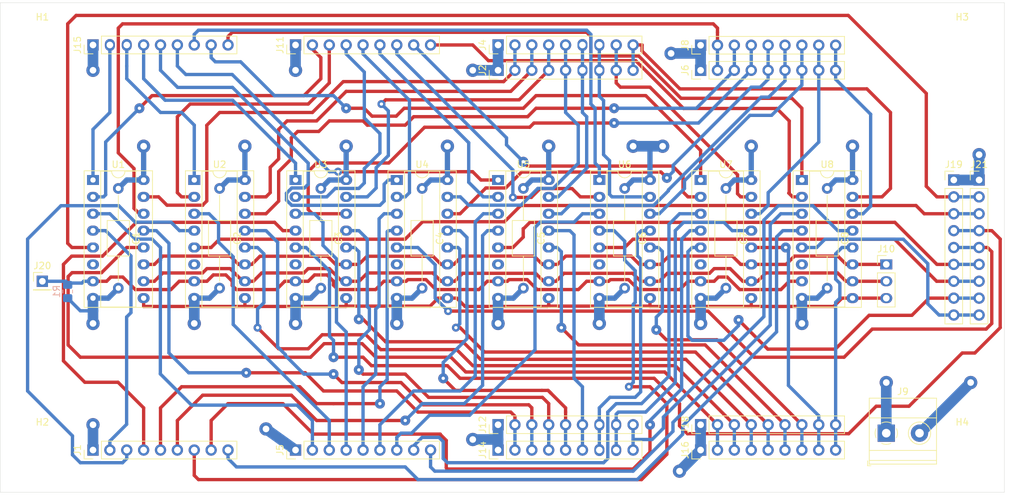
<source format=kicad_pcb>
(kicad_pcb (version 20171130) (host pcbnew "(5.1.8)-1")
  (layers (0 F.Cu signal) (1 In1.Cu power) (2 In2.Cu power) (31 B.Cu signal) (34 B.Paste user) (35 F.Paste user) (36 B.SilkS user) (37 F.SilkS user) (38 B.Mask user) (39 F.Mask user) (44 Edge.Cuts user))
  (net 0 "")
  (net 1 GND)
  (net 2 VCC)
  (net 3 /A7)
  (net 4 /A6)
  (net 5 /A5)
  (net 6 /A4)
  (net 7 /A3)
  (net 8 /A2)
  (net 9 /A1)
  (net 10 /A0)
  (net 11 /E7)
  (net 12 /E6)
  (net 13 /E5)
  (net 14 /E4)
  (net 15 /E3)
  (net 16 /E2)
  (net 17 /E1)
  (net 18 /E0)
  (net 19 /B7)
  (net 20 /B6)
  (net 21 /B5)
  (net 22 /B4)
  (net 23 /B3)
  (net 24 /B2)
  (net 25 /B1)
  (net 26 /B0)
  (net 27 /F7)
  (net 28 /F6)
  (net 29 /F5)
  (net 30 /F4)
  (net 31 /F3)
  (net 32 /F2)
  (net 33 /F1)
  (net 34 /F0)
  (net 35 /C7)
  (net 36 /C6)
  (net 37 /C5)
  (net 38 /C4)
  (net 39 /C3)
  (net 40 /C2)
  (net 41 /C1)
  (net 42 /C0)
  (net 43 /G7)
  (net 44 /G6)
  (net 45 /G5)
  (net 46 /G4)
  (net 47 /G3)
  (net 48 /G2)
  (net 49 /G1)
  (net 50 /G0)
  (net 51 /D7)
  (net 52 /D6)
  (net 53 /D5)
  (net 54 /D4)
  (net 55 /D3)
  (net 56 /D2)
  (net 57 /D1)
  (net 58 /D0)
  (net 59 /H7)
  (net 60 /H6)
  (net 61 /H5)
  (net 62 /H4)
  (net 63 /H3)
  (net 64 /H2)
  (net 65 /H1)
  (net 66 /H0)
  (net 67 /S2)
  (net 68 /S1)
  (net 69 /S0)
  (net 70 /O7)
  (net 71 /O6)
  (net 72 /O5)
  (net 73 /O4)
  (net 74 /O3)
  (net 75 /O2)
  (net 76 /O1)
  (net 77 /O0)
  (net 78 /~E)
  (net 79 "Net-(U1-Pad6)")
  (net 80 "Net-(U2-Pad6)")
  (net 81 "Net-(U3-Pad6)")
  (net 82 "Net-(U4-Pad6)")
  (net 83 "Net-(U5-Pad6)")
  (net 84 "Net-(U6-Pad6)")
  (net 85 "Net-(U7-Pad6)")
  (net 86 "Net-(U8-Pad6)")
  (module Connector_PinHeader_2.54mm:PinHeader_1x09_P2.54mm_Vertical (layer F.Cu) (at 171.45 58.42)
    (fp_text reference J21 (at 0 -2.33) (layer F.SilkS))
    (fp_text value Conn_01x09_Male)
    (pad 9 thru_hole oval (at 0 20.32) (size 1.7 1.7) (drill 1) (layers *.Cu *.Mask) (net 70 /O7))
    (pad 8 thru_hole oval (at 0 17.78) (size 1.7 1.7) (drill 1) (layers *.Cu *.Mask) (net 71 /O6))
    (pad 7 thru_hole oval (at 0 15.24) (size 1.7 1.7) (drill 1) (layers *.Cu *.Mask) (net 72 /O5))
    (pad 6 thru_hole oval (at 0 12.7) (size 1.7 1.7) (drill 1) (layers *.Cu *.Mask) (net 73 /O4))
    (pad 5 thru_hole oval (at 0 10.16) (size 1.7 1.7) (drill 1) (layers *.Cu *.Mask) (net 74 /O3))
    (pad 4 thru_hole oval (at 0 7.62) (size 1.7 1.7) (drill 1) (layers *.Cu *.Mask) (net 75 /O2))
    (pad 3 thru_hole oval (at 0 5.08) (size 1.7 1.7) (drill 1) (layers *.Cu *.Mask) (net 76 /O1))
    (pad 2 thru_hole oval (at 0 2.54) (size 1.7 1.7) (drill 1) (layers *.Cu *.Mask) (net 77 /O0))
    (pad 1 thru_hole rect (at 0 0) (size 1.7 1.7) (drill 1) (layers *.Cu *.Mask) (net 1 GND))
  )
  (module Connector_PinHeader_2.54mm:PinHeader_1x09_P2.54mm_Vertical (layer F.Cu) (at 167.64 58.42)
    (fp_text reference J19 (at 0 -2.33) (layer F.SilkS))
    (fp_text value Conn_01x09_Male)
    (pad 9 thru_hole oval (at 0 20.32) (size 1.7 1.7) (drill 1) (layers *.Cu *.Mask) (net 70 /O7))
    (pad 8 thru_hole oval (at 0 17.78) (size 1.7 1.7) (drill 1) (layers *.Cu *.Mask) (net 71 /O6))
    (pad 7 thru_hole oval (at 0 15.24) (size 1.7 1.7) (drill 1) (layers *.Cu *.Mask) (net 72 /O5))
    (pad 6 thru_hole oval (at 0 12.7) (size 1.7 1.7) (drill 1) (layers *.Cu *.Mask) (net 73 /O4))
    (pad 5 thru_hole oval (at 0 10.16) (size 1.7 1.7) (drill 1) (layers *.Cu *.Mask) (net 74 /O3))
    (pad 4 thru_hole oval (at 0 7.62) (size 1.7 1.7) (drill 1) (layers *.Cu *.Mask) (net 75 /O2))
    (pad 3 thru_hole oval (at 0 5.08) (size 1.7 1.7) (drill 1) (layers *.Cu *.Mask) (net 76 /O1))
    (pad 2 thru_hole oval (at 0 2.54) (size 1.7 1.7) (drill 1) (layers *.Cu *.Mask) (net 77 /O0))
    (pad 1 thru_hole rect (at 0 0) (size 1.7 1.7) (drill 1) (layers *.Cu *.Mask) (net 1 GND))
  )
  (module Connector_PinHeader_2.54mm:PinHeader_1x09_P2.54mm_Vertical (layer F.Cu) (at 129.54 95.25 90)
    (fp_text reference J18 (at 0 -2.33 90) (layer F.SilkS))
    (fp_text value Conn_01x09_Male)
    (pad 9 thru_hole oval (at 0 20.32 90) (size 1.7 1.7) (drill 1) (layers *.Cu *.Mask) (net 59 /H7))
    (pad 8 thru_hole oval (at 0 17.78 90) (size 1.7 1.7) (drill 1) (layers *.Cu *.Mask) (net 60 /H6))
    (pad 7 thru_hole oval (at 0 15.24 90) (size 1.7 1.7) (drill 1) (layers *.Cu *.Mask) (net 61 /H5))
    (pad 6 thru_hole oval (at 0 12.7 90) (size 1.7 1.7) (drill 1) (layers *.Cu *.Mask) (net 62 /H4))
    (pad 5 thru_hole oval (at 0 10.16 90) (size 1.7 1.7) (drill 1) (layers *.Cu *.Mask) (net 63 /H3))
    (pad 4 thru_hole oval (at 0 7.62 90) (size 1.7 1.7) (drill 1) (layers *.Cu *.Mask) (net 64 /H2))
    (pad 3 thru_hole oval (at 0 5.08 90) (size 1.7 1.7) (drill 1) (layers *.Cu *.Mask) (net 65 /H1))
    (pad 2 thru_hole oval (at 0 2.54 90) (size 1.7 1.7) (drill 1) (layers *.Cu *.Mask) (net 66 /H0))
    (pad 1 thru_hole rect (at 0 0 90) (size 1.7 1.7) (drill 1) (layers *.Cu *.Mask) (net 1 GND))
  )
  (module Connector_PinHeader_2.54mm:PinHeader_1x09_P2.54mm_Vertical (layer F.Cu) (at 129.54 99.06 90)
    (fp_text reference J16 (at 0 -2.33 90) (layer F.SilkS))
    (fp_text value Conn_01x09_Male)
    (pad 9 thru_hole oval (at 0 20.32 90) (size 1.7 1.7) (drill 1) (layers *.Cu *.Mask) (net 59 /H7))
    (pad 8 thru_hole oval (at 0 17.78 90) (size 1.7 1.7) (drill 1) (layers *.Cu *.Mask) (net 60 /H6))
    (pad 7 thru_hole oval (at 0 15.24 90) (size 1.7 1.7) (drill 1) (layers *.Cu *.Mask) (net 61 /H5))
    (pad 6 thru_hole oval (at 0 12.7 90) (size 1.7 1.7) (drill 1) (layers *.Cu *.Mask) (net 62 /H4))
    (pad 5 thru_hole oval (at 0 10.16 90) (size 1.7 1.7) (drill 1) (layers *.Cu *.Mask) (net 63 /H3))
    (pad 4 thru_hole oval (at 0 7.62 90) (size 1.7 1.7) (drill 1) (layers *.Cu *.Mask) (net 64 /H2))
    (pad 3 thru_hole oval (at 0 5.08 90) (size 1.7 1.7) (drill 1) (layers *.Cu *.Mask) (net 65 /H1))
    (pad 2 thru_hole oval (at 0 2.54 90) (size 1.7 1.7) (drill 1) (layers *.Cu *.Mask) (net 66 /H0))
    (pad 1 thru_hole rect (at 0 0 90) (size 1.7 1.7) (drill 1) (layers *.Cu *.Mask) (net 1 GND))
  )
  (module Connector_PinHeader_2.54mm:PinHeader_1x09_P2.54mm_Vertical (layer F.Cu) (at 38.1 38.1 90)
    (fp_text reference J15 (at 0 -2.33 90) (layer F.SilkS))
    (fp_text value Conn_01x09_Male)
    (pad 9 thru_hole oval (at 0 20.32 90) (size 1.7 1.7) (drill 1) (layers *.Cu *.Mask) (net 51 /D7))
    (pad 8 thru_hole oval (at 0 17.78 90) (size 1.7 1.7) (drill 1) (layers *.Cu *.Mask) (net 52 /D6))
    (pad 7 thru_hole oval (at 0 15.24 90) (size 1.7 1.7) (drill 1) (layers *.Cu *.Mask) (net 53 /D5))
    (pad 6 thru_hole oval (at 0 12.7 90) (size 1.7 1.7) (drill 1) (layers *.Cu *.Mask) (net 54 /D4))
    (pad 5 thru_hole oval (at 0 10.16 90) (size 1.7 1.7) (drill 1) (layers *.Cu *.Mask) (net 55 /D3))
    (pad 4 thru_hole oval (at 0 7.62 90) (size 1.7 1.7) (drill 1) (layers *.Cu *.Mask) (net 56 /D2))
    (pad 3 thru_hole oval (at 0 5.08 90) (size 1.8 1.5) (drill 1) (layers *.Cu *.Mask) (net 57 /D1))
    (pad 2 thru_hole oval (at 0 2.54 90) (size 1.8 1.5) (drill 1) (layers *.Cu *.Mask) (net 58 /D0))
    (pad 1 thru_hole rect (at 0 0 90) (size 1.7 1.7) (drill 1) (layers *.Cu *.Mask) (net 1 GND))
  )
  (module Connector_PinHeader_2.54mm:PinHeader_1x09_P2.54mm_Vertical (layer F.Cu) (at 99.06 99.06 90)
    (fp_text reference J14 (at 0 -2.33 90) (layer F.SilkS))
    (fp_text value Conn_01x09_Male)
    (pad 9 thru_hole oval (at 0 20.32 90) (size 1.7 1.7) (drill 1) (layers *.Cu *.Mask) (net 43 /G7))
    (pad 8 thru_hole oval (at 0 17.78 90) (size 1.8 1.5) (drill 1) (layers *.Cu *.Mask) (net 44 /G6))
    (pad 7 thru_hole oval (at 0 15.24 90) (size 1.8 1.5) (drill 1) (layers *.Cu *.Mask) (net 45 /G5))
    (pad 6 thru_hole oval (at 0 12.7 90) (size 1.7 1.7) (drill 1) (layers *.Cu *.Mask) (net 46 /G4))
    (pad 5 thru_hole oval (at 0 10.16 90) (size 1.7 1.7) (drill 1) (layers *.Cu *.Mask) (net 47 /G3))
    (pad 4 thru_hole oval (at 0 7.62 90) (size 1.7 1.7) (drill 1) (layers *.Cu *.Mask) (net 48 /G2))
    (pad 3 thru_hole oval (at 0 5.08 90) (size 1.7 1.7) (drill 1) (layers *.Cu *.Mask) (net 49 /G1))
    (pad 2 thru_hole oval (at 0 2.54 90) (size 1.7 1.7) (drill 1) (layers *.Cu *.Mask) (net 50 /G0))
    (pad 1 thru_hole rect (at 0 0 90) (size 1.7 1.7) (drill 1) (layers *.Cu *.Mask) (net 1 GND))
  )
  (module Connector_PinHeader_2.54mm:PinHeader_1x09_P2.54mm_Vertical (layer F.Cu) (at 99.06 95.25 90)
    (fp_text reference J12 (at 0 -2.33 90) (layer F.SilkS))
    (fp_text value Conn_01x09_Male)
    (pad 9 thru_hole oval (at 0 20.32 90) (size 1.7 1.7) (drill 1) (layers *.Cu *.Mask) (net 43 /G7))
    (pad 8 thru_hole oval (at 0 17.78 90) (size 1.8 1.5) (drill 1) (layers *.Cu *.Mask) (net 44 /G6))
    (pad 7 thru_hole oval (at 0 15.24 90) (size 1.8 1.5) (drill 1) (layers *.Cu *.Mask) (net 45 /G5))
    (pad 6 thru_hole oval (at 0 12.7 90) (size 1.7 1.7) (drill 1) (layers *.Cu *.Mask) (net 46 /G4))
    (pad 5 thru_hole oval (at 0 10.16 90) (size 1.7 1.7) (drill 1) (layers *.Cu *.Mask) (net 47 /G3))
    (pad 4 thru_hole oval (at 0 7.62 90) (size 1.7 1.7) (drill 1) (layers *.Cu *.Mask) (net 48 /G2))
    (pad 3 thru_hole oval (at 0 5.08 90) (size 1.7 1.7) (drill 1) (layers *.Cu *.Mask) (net 49 /G1))
    (pad 2 thru_hole oval (at 0 2.54 90) (size 1.7 1.7) (drill 1) (layers *.Cu *.Mask) (net 50 /G0))
    (pad 1 thru_hole rect (at 0 0 90) (size 1.7 1.7) (drill 1) (layers *.Cu *.Mask) (net 1 GND))
  )
  (module Connector_PinHeader_2.54mm:PinHeader_1x09_P2.54mm_Vertical (layer F.Cu) (at 68.58 38.1 90)
    (fp_text reference J11 (at 0 -2.33 90) (layer F.SilkS))
    (fp_text value Conn_01x09_Male)
    (pad 9 thru_hole oval (at 0 20.32 90) (size 1.7 1.7) (drill 1) (layers *.Cu *.Mask) (net 35 /C7))
    (pad 8 thru_hole oval (at 0 17.78 90) (size 1.7 1.7) (drill 1) (layers *.Cu *.Mask) (net 36 /C6))
    (pad 7 thru_hole oval (at 0 15.24 90) (size 1.7 1.7) (drill 1) (layers *.Cu *.Mask) (net 37 /C5))
    (pad 6 thru_hole oval (at 0 12.7 90) (size 1.7 1.7) (drill 1) (layers *.Cu *.Mask) (net 38 /C4))
    (pad 5 thru_hole oval (at 0 10.16 90) (size 1.7 1.7) (drill 1) (layers *.Cu *.Mask) (net 39 /C3))
    (pad 4 thru_hole oval (at 0 7.62 90) (size 1.7 1.7) (drill 1) (layers *.Cu *.Mask) (net 40 /C2))
    (pad 3 thru_hole oval (at 0 5.08 90) (size 1.7 1.7) (drill 1) (layers *.Cu *.Mask) (net 41 /C1))
    (pad 2 thru_hole oval (at 0 2.54 90) (size 1.7 1.7) (drill 1) (layers *.Cu *.Mask) (net 42 /C0))
    (pad 1 thru_hole rect (at 0 0 90) (size 1.7 1.7) (drill 1) (layers *.Cu *.Mask) (net 1 GND))
  )
  (module Connector_PinHeader_2.54mm:PinHeader_1x09_P2.54mm_Vertical (layer F.Cu) (at 129.54 38.14 90)
    (fp_text reference J8 (at 0 -2.33 90) (layer F.SilkS))
    (fp_text value Conn_01x09_Male)
    (pad 9 thru_hole oval (at 0 20.32 90) (size 1.7 1.7) (drill 1) (layers *.Cu *.Mask) (net 27 /F7))
    (pad 8 thru_hole oval (at 0 17.78 90) (size 1.7 1.7) (drill 1) (layers *.Cu *.Mask) (net 28 /F6))
    (pad 7 thru_hole oval (at 0 15.24 90) (size 1.7 1.7) (drill 1) (layers *.Cu *.Mask) (net 29 /F5))
    (pad 6 thru_hole oval (at 0 12.7 90) (size 1.7 1.7) (drill 1) (layers *.Cu *.Mask) (net 30 /F4))
    (pad 5 thru_hole oval (at 0 10.16 90) (size 1.7 1.7) (drill 1) (layers *.Cu *.Mask) (net 31 /F3))
    (pad 4 thru_hole oval (at 0 7.62 90) (size 1.7 1.7) (drill 1) (layers *.Cu *.Mask) (net 32 /F2))
    (pad 3 thru_hole oval (at 0 5.08 90) (size 1.7 1.7) (drill 1) (layers *.Cu *.Mask) (net 33 /F1))
    (pad 2 thru_hole oval (at 0 2.54 90) (size 1.7 1.7) (drill 1) (layers *.Cu *.Mask) (net 34 /F0))
    (pad 1 thru_hole rect (at 0 0 90) (size 1.7 1.7) (drill 1) (layers *.Cu *.Mask) (net 1 GND))
  )
  (module Connector_PinHeader_2.54mm:PinHeader_1x09_P2.54mm_Vertical (layer F.Cu) (at 129.54 41.91 90)
    (fp_text reference J6 (at 0 -2.33 90) (layer F.SilkS))
    (fp_text value Conn_01x09_Male)
    (pad 9 thru_hole oval (at 0 20.32 90) (size 1.7 1.7) (drill 1) (layers *.Cu *.Mask) (net 27 /F7))
    (pad 8 thru_hole oval (at 0 17.78 90) (size 1.7 1.7) (drill 1) (layers *.Cu *.Mask) (net 28 /F6))
    (pad 7 thru_hole oval (at 0 15.24 90) (size 1.7 1.7) (drill 1) (layers *.Cu *.Mask) (net 29 /F5))
    (pad 6 thru_hole oval (at 0 12.7 90) (size 1.7 1.7) (drill 1) (layers *.Cu *.Mask) (net 30 /F4))
    (pad 5 thru_hole oval (at 0 10.16 90) (size 1.7 1.7) (drill 1) (layers *.Cu *.Mask) (net 31 /F3))
    (pad 4 thru_hole oval (at 0 7.62 90) (size 1.7 1.7) (drill 1) (layers *.Cu *.Mask) (net 32 /F2))
    (pad 3 thru_hole oval (at 0 5.08 90) (size 1.7 1.7) (drill 1) (layers *.Cu *.Mask) (net 33 /F1))
    (pad 2 thru_hole oval (at 0 2.54 90) (size 1.7 1.7) (drill 1) (layers *.Cu *.Mask) (net 34 /F0))
    (pad 1 thru_hole rect (at 0 0 90) (size 1.7 1.7) (drill 1) (layers *.Cu *.Mask) (net 1 GND))
  )
  (module Connector_PinHeader_2.54mm:PinHeader_1x09_P2.54mm_Vertical (layer F.Cu) (at 68.58 99.06 90)
    (fp_text reference J5 (at 0 -2.33 90) (layer F.SilkS))
    (fp_text value Conn_01x09_Male)
    (pad 9 thru_hole oval (at 0 20.32 90) (size 1.7 1.7) (drill 1) (layers *.Cu *.Mask) (net 19 /B7))
    (pad 8 thru_hole oval (at 0 17.78 90) (size 1.7 1.7) (drill 1) (layers *.Cu *.Mask) (net 20 /B6))
    (pad 7 thru_hole oval (at 0 15.24 90) (size 1.7 1.7) (drill 1) (layers *.Cu *.Mask) (net 21 /B5))
    (pad 6 thru_hole oval (at 0 12.7 90) (size 1.7 1.7) (drill 1) (layers *.Cu *.Mask) (net 22 /B4))
    (pad 5 thru_hole oval (at 0 10.16 90) (size 1.7 1.7) (drill 1) (layers *.Cu *.Mask) (net 23 /B3))
    (pad 4 thru_hole oval (at 0 7.62 90) (size 1.7 1.7) (drill 1) (layers *.Cu *.Mask) (net 24 /B2))
    (pad 3 thru_hole oval (at 0 5.08 90) (size 1.7 1.7) (drill 1) (layers *.Cu *.Mask) (net 25 /B1))
    (pad 2 thru_hole oval (at 0 2.54 90) (size 1.7 1.7) (drill 1) (layers *.Cu *.Mask) (net 26 /B0))
    (pad 1 thru_hole rect (at 0 0 90) (size 1.7 1.7) (drill 1) (layers *.Cu *.Mask) (net 1 GND))
  )
  (module Connector_PinHeader_2.54mm:PinHeader_1x09_P2.54mm_Vertical (layer F.Cu) (at 99.06 38.1 90)
    (fp_text reference J4 (at 0 -2.33 90) (layer F.SilkS))
    (fp_text value Conn_01x09_Male)
    (pad 9 thru_hole oval (at 0 20.32 90) (size 1.7 1.7) (drill 1) (layers *.Cu *.Mask) (net 11 /E7))
    (pad 8 thru_hole oval (at 0 17.78 90) (size 1.7 1.7) (drill 1) (layers *.Cu *.Mask) (net 12 /E6))
    (pad 7 thru_hole oval (at 0 15.24 90) (size 1.8 1.5) (drill 1) (layers *.Cu *.Mask) (net 13 /E5))
    (pad 6 thru_hole oval (at 0 12.7 90) (size 1.8 1.5) (drill 1) (layers *.Cu *.Mask) (net 14 /E4))
    (pad 5 thru_hole oval (at 0 10.16 90) (size 1.7 1.7) (drill 1) (layers *.Cu *.Mask) (net 15 /E3))
    (pad 4 thru_hole oval (at 0 7.62 90) (size 1.7 1.7) (drill 1) (layers *.Cu *.Mask) (net 16 /E2))
    (pad 3 thru_hole oval (at 0 5.08 90) (size 1.7 1.7) (drill 1) (layers *.Cu *.Mask) (net 17 /E1))
    (pad 2 thru_hole oval (at 0 2.54 90) (size 1.7 1.7) (drill 1) (layers *.Cu *.Mask) (net 18 /E0))
    (pad 1 thru_hole rect (at 0 0 90) (size 1.7 1.7) (drill 1) (layers *.Cu *.Mask) (net 1 GND))
  )
  (module Connector_PinHeader_2.54mm:PinHeader_1x09_P2.54mm_Vertical (layer F.Cu) (at 99.06 41.91 90)
    (fp_text reference J2 (at 0 -2.33 90) (layer F.SilkS))
    (fp_text value Conn_01x09_Male)
    (pad 9 thru_hole oval (at 0 20.32 90) (size 1.7 1.7) (drill 1) (layers *.Cu *.Mask) (net 11 /E7))
    (pad 8 thru_hole oval (at 0 17.78 90) (size 1.7 1.7) (drill 1) (layers *.Cu *.Mask) (net 12 /E6))
    (pad 7 thru_hole oval (at 0 15.24 90) (size 1.8 1.5) (drill 1) (layers *.Cu *.Mask) (net 13 /E5))
    (pad 6 thru_hole oval (at 0 12.7 90) (size 1.8 1.5) (drill 1) (layers *.Cu *.Mask) (net 14 /E4))
    (pad 5 thru_hole oval (at 0 10.16 90) (size 1.7 1.7) (drill 1) (layers *.Cu *.Mask) (net 15 /E3))
    (pad 4 thru_hole oval (at 0 7.62 90) (size 1.7 1.7) (drill 1) (layers *.Cu *.Mask) (net 16 /E2))
    (pad 3 thru_hole oval (at 0 5.08 90) (size 1.7 1.7) (drill 1) (layers *.Cu *.Mask) (net 17 /E1))
    (pad 2 thru_hole oval (at 0 2.54 90) (size 1.7 1.7) (drill 1) (layers *.Cu *.Mask) (net 18 /E0))
    (pad 1 thru_hole rect (at 0 0 90) (size 1.7 1.7) (drill 1) (layers *.Cu *.Mask) (net 1 GND))
  )
  (module Connector_PinHeader_2.54mm:PinHeader_1x09_P2.54mm_Vertical (layer F.Cu) (at 38.1 99.06 90)
    (fp_text reference J1 (at 0 -2.33 90) (layer F.SilkS))
    (fp_text value Conn_01x09_Male)
    (pad 9 thru_hole oval (at 0 20.32 90) (size 1.7 1.7) (drill 1) (layers *.Cu *.Mask) (net 3 /A7))
    (pad 8 thru_hole oval (at 0 17.78 90) (size 1.7 1.7) (drill 1) (layers *.Cu *.Mask) (net 4 /A6))
    (pad 7 thru_hole oval (at 0 15.24 90) (size 1.7 1.7) (drill 1) (layers *.Cu *.Mask) (net 5 /A5))
    (pad 6 thru_hole oval (at 0 12.7 90) (size 1.7 1.7) (drill 1) (layers *.Cu *.Mask) (net 6 /A4))
    (pad 5 thru_hole oval (at 0 10.16 90) (size 1.7 1.7) (drill 1) (layers *.Cu *.Mask) (net 7 /A3))
    (pad 4 thru_hole oval (at 0 7.62 90) (size 1.7 1.7) (drill 1) (layers *.Cu *.Mask) (net 8 /A2))
    (pad 3 thru_hole oval (at 0 5.08 90) (size 1.7 1.7) (drill 1) (layers *.Cu *.Mask) (net 9 /A1))
    (pad 2 thru_hole oval (at 0 2.54 90) (size 1.7 1.7) (drill 1) (layers *.Cu *.Mask) (net 10 /A0))
    (pad 1 thru_hole rect (at 0 0 90) (size 1.7 1.7) (drill 1) (layers *.Cu *.Mask) (net 1 GND))
  )
  (module Capacitor_THT:C_Axial_L5.1mm_D3.1mm_P15.00mm_Horizontal (layer F.Cu) (at 148.59 59.69 270)
    (fp_text reference C8 (at 7.5 -2.67 90) (layer F.SilkS))
    (fp_text value 0.1uF)
    (pad 2 thru_hole oval (at 15 0 270) (size 1.6 1.6) (drill 0.8) (layers *.Cu *.Mask) (net 1 GND))
    (pad 1 thru_hole circle (at 0 0 270) (size 1.6 1.6) (drill 0.8) (layers *.Cu *.Mask) (net 2 VCC))
  )
  (module Capacitor_THT:C_Axial_L5.1mm_D3.1mm_P15.00mm_Horizontal (layer F.Cu) (at 133.35 59.69 270)
    (fp_text reference C7 (at 7.5 -2.67 90) (layer F.SilkS))
    (fp_text value 0.1uF)
    (pad 2 thru_hole oval (at 15 0 270) (size 1.6 1.6) (drill 0.8) (layers *.Cu *.Mask) (net 1 GND))
    (pad 1 thru_hole circle (at 0 0 270) (size 1.6 1.6) (drill 0.8) (layers *.Cu *.Mask) (net 2 VCC))
  )
  (module Capacitor_THT:C_Axial_L5.1mm_D3.1mm_P15.00mm_Horizontal (layer F.Cu) (at 118.11 59.69 270)
    (fp_text reference C6 (at 7.5 -2.67 90) (layer F.SilkS))
    (fp_text value 0.1uF)
    (pad 2 thru_hole oval (at 15 0 270) (size 1.6 1.6) (drill 0.8) (layers *.Cu *.Mask) (net 1 GND))
    (pad 1 thru_hole circle (at 0 0 270) (size 1.6 1.6) (drill 0.8) (layers *.Cu *.Mask) (net 2 VCC))
  )
  (module Capacitor_THT:C_Axial_L5.1mm_D3.1mm_P15.00mm_Horizontal (layer F.Cu) (at 102.87 59.69 270)
    (fp_text reference C5 (at 7.5 -2.67 90) (layer F.SilkS))
    (fp_text value 0.1uF)
    (pad 2 thru_hole oval (at 15 0 270) (size 1.6 1.6) (drill 0.8) (layers *.Cu *.Mask) (net 1 GND))
    (pad 1 thru_hole circle (at 0 0 270) (size 1.6 1.6) (drill 0.8) (layers *.Cu *.Mask) (net 2 VCC))
  )
  (module Capacitor_THT:C_Axial_L5.1mm_D3.1mm_P15.00mm_Horizontal (layer F.Cu) (at 87.63 59.69 270)
    (fp_text reference C4 (at 7.5 -2.67 90) (layer F.SilkS))
    (fp_text value 0.1uF)
    (pad 2 thru_hole oval (at 15 0 270) (size 1.6 1.6) (drill 0.8) (layers *.Cu *.Mask) (net 1 GND))
    (pad 1 thru_hole circle (at 0 0 270) (size 1.6 1.6) (drill 0.8) (layers *.Cu *.Mask) (net 2 VCC))
  )
  (module Capacitor_THT:C_Axial_L5.1mm_D3.1mm_P15.00mm_Horizontal (layer F.Cu) (at 72.39 59.69 270)
    (fp_text reference C3 (at 7.5 -2.67 90) (layer F.SilkS))
    (fp_text value 0.1uF)
    (pad 2 thru_hole oval (at 15 0 270) (size 1.6 1.6) (drill 0.8) (layers *.Cu *.Mask) (net 1 GND))
    (pad 1 thru_hole circle (at 0 0 270) (size 1.6 1.6) (drill 0.8) (layers *.Cu *.Mask) (net 2 VCC))
  )
  (module Capacitor_THT:C_Axial_L5.1mm_D3.1mm_P15.00mm_Horizontal (layer F.Cu) (at 57.15 59.69 270)
    (fp_text reference C2 (at 7.5 -2.67 90) (layer F.SilkS))
    (fp_text value 0.1uF)
    (pad 2 thru_hole oval (at 15 0 270) (size 1.6 1.6) (drill 0.8) (layers *.Cu *.Mask) (net 1 GND))
    (pad 1 thru_hole circle (at 0 0 270) (size 1.6 1.6) (drill 0.8) (layers *.Cu *.Mask) (net 2 VCC))
  )
  (module Capacitor_THT:C_Axial_L5.1mm_D3.1mm_P15.00mm_Horizontal (layer F.Cu) (at 41.91 59.69 270)
    (fp_text reference C1 (at 7.5 -2.67 90) (layer F.SilkS))
    (fp_text value 0.1uF)
    (pad 2 thru_hole oval (at 15 0 270) (size 1.6 1.6) (drill 0.8) (layers *.Cu *.Mask) (net 1 GND))
    (pad 1 thru_hole circle (at 0 0 270) (size 1.6 1.6) (drill 0.8) (layers *.Cu *.Mask) (net 2 VCC))
  )
  (module Package_DIP:DIP-16_W7.62mm_Socket (layer F.Cu) (at 144.78 58.42)
    (fp_text reference U8 (at 3.81 -2.33) (layer F.SilkS))
    (fp_text value 74LS151)
    (pad 16 thru_hole oval (at 7.62 0) (size 1.8 1.5) (drill 0.8) (layers *.Cu *.Mask) (net 2 VCC))
    (pad 8 thru_hole oval (at 0 17.78) (size 1.8 1.5) (drill 0.8) (layers *.Cu *.Mask) (net 1 GND))
    (pad 15 thru_hole oval (at 7.62 2.54) (size 1.8 1.5) (drill 0.8) (layers *.Cu *.Mask) (net 11 /E7))
    (pad 7 thru_hole oval (at 0 15.24) (size 1.8 1.5) (drill 0.8) (layers *.Cu *.Mask) (net 78 /~E))
    (pad 14 thru_hole oval (at 7.62 5.08) (size 1.8 1.5) (drill 0.8) (layers *.Cu *.Mask) (net 27 /F7))
    (pad 6 thru_hole oval (at 0 12.7) (size 1.8 1.5) (drill 0.8) (layers *.Cu *.Mask) (net 86 "Net-(U8-Pad6)"))
    (pad 13 thru_hole oval (at 7.62 7.62) (size 1.8 1.5) (drill 0.8) (layers *.Cu *.Mask) (net 43 /G7))
    (pad 5 thru_hole oval (at 0 10.16) (size 1.8 1.5) (drill 0.8) (layers *.Cu *.Mask) (net 70 /O7))
    (pad 12 thru_hole oval (at 7.62 10.16) (size 1.8 1.5) (drill 0.8) (layers *.Cu *.Mask) (net 59 /H7))
    (pad 4 thru_hole oval (at 0 7.62) (size 1.8 1.5) (drill 0.8) (layers *.Cu *.Mask) (net 3 /A7))
    (pad 11 thru_hole oval (at 7.62 12.7) (size 1.8 1.5) (drill 0.8) (layers *.Cu *.Mask) (net 69 /S0))
    (pad 3 thru_hole oval (at 0 5.08) (size 1.8 1.5) (drill 0.8) (layers *.Cu *.Mask) (net 19 /B7))
    (pad 10 thru_hole oval (at 7.62 15.24) (size 1.8 1.5) (drill 0.8) (layers *.Cu *.Mask) (net 68 /S1))
    (pad 2 thru_hole oval (at 0 2.54) (size 1.8 1.5) (drill 0.8) (layers *.Cu *.Mask) (net 35 /C7))
    (pad 9 thru_hole oval (at 7.62 17.78) (size 1.8 1.5) (drill 0.8) (layers *.Cu *.Mask) (net 67 /S2))
    (pad 1 thru_hole rect (at 0 0) (size 1.8 1.5) (drill 0.8) (layers *.Cu *.Mask) (net 51 /D7))
  )
  (module Package_DIP:DIP-16_W7.62mm_Socket (layer F.Cu) (at 129.54 58.42)
    (fp_text reference U7 (at 3.81 -2.33) (layer F.SilkS))
    (fp_text value 74LS151)
    (pad 16 thru_hole oval (at 7.62 0) (size 1.8 1.5) (drill 0.8) (layers *.Cu *.Mask) (net 2 VCC))
    (pad 8 thru_hole oval (at 0 17.78) (size 1.8 1.5) (drill 0.8) (layers *.Cu *.Mask) (net 1 GND))
    (pad 15 thru_hole oval (at 7.62 2.54) (size 1.8 1.5) (drill 0.8) (layers *.Cu *.Mask) (net 12 /E6))
    (pad 7 thru_hole oval (at 0 15.24) (size 1.8 1.5) (drill 0.8) (layers *.Cu *.Mask) (net 78 /~E))
    (pad 14 thru_hole oval (at 7.62 5.08) (size 1.8 1.5) (drill 0.8) (layers *.Cu *.Mask) (net 28 /F6))
    (pad 6 thru_hole oval (at 0 12.7) (size 1.8 1.5) (drill 0.8) (layers *.Cu *.Mask) (net 85 "Net-(U7-Pad6)"))
    (pad 13 thru_hole oval (at 7.62 7.62) (size 1.8 1.5) (drill 0.8) (layers *.Cu *.Mask) (net 44 /G6))
    (pad 5 thru_hole oval (at 0 10.16) (size 1.8 1.5) (drill 0.8) (layers *.Cu *.Mask) (net 71 /O6))
    (pad 12 thru_hole oval (at 7.62 10.16) (size 1.8 1.5) (drill 0.8) (layers *.Cu *.Mask) (net 60 /H6))
    (pad 4 thru_hole oval (at 0 7.62) (size 1.8 1.5) (drill 0.8) (layers *.Cu *.Mask) (net 4 /A6))
    (pad 11 thru_hole oval (at 7.62 12.7) (size 1.8 1.5) (drill 0.8) (layers *.Cu *.Mask) (net 69 /S0))
    (pad 3 thru_hole oval (at 0 5.08) (size 1.8 1.5) (drill 0.8) (layers *.Cu *.Mask) (net 20 /B6))
    (pad 10 thru_hole oval (at 7.62 15.24) (size 1.8 1.5) (drill 0.8) (layers *.Cu *.Mask) (net 68 /S1))
    (pad 2 thru_hole oval (at 0 2.54) (size 1.8 1.5) (drill 0.8) (layers *.Cu *.Mask) (net 36 /C6))
    (pad 9 thru_hole oval (at 7.62 17.78) (size 1.8 1.5) (drill 0.8) (layers *.Cu *.Mask) (net 67 /S2))
    (pad 1 thru_hole rect (at 0 0) (size 1.8 1.5) (drill 0.8) (layers *.Cu *.Mask) (net 52 /D6))
  )
  (module Package_DIP:DIP-16_W7.62mm_Socket (layer F.Cu) (at 114.3 58.42)
    (fp_text reference U6 (at 3.81 -2.33) (layer F.SilkS))
    (fp_text value 74LS151)
    (pad 16 thru_hole oval (at 7.62 0) (size 1.8 1.5) (drill 0.8) (layers *.Cu *.Mask) (net 2 VCC))
    (pad 8 thru_hole oval (at 0 17.78) (size 1.8 1.5) (drill 0.8) (layers *.Cu *.Mask) (net 1 GND))
    (pad 15 thru_hole oval (at 7.62 2.54) (size 1.8 1.5) (drill 0.8) (layers *.Cu *.Mask) (net 13 /E5))
    (pad 7 thru_hole oval (at 0 15.24) (size 1.8 1.5) (drill 0.8) (layers *.Cu *.Mask) (net 78 /~E))
    (pad 14 thru_hole oval (at 7.62 5.08) (size 1.8 1.5) (drill 0.8) (layers *.Cu *.Mask) (net 29 /F5))
    (pad 6 thru_hole oval (at 0 12.7) (size 1.8 1.5) (drill 0.8) (layers *.Cu *.Mask) (net 84 "Net-(U6-Pad6)"))
    (pad 13 thru_hole oval (at 7.62 7.62) (size 1.8 1.5) (drill 0.8) (layers *.Cu *.Mask) (net 45 /G5))
    (pad 5 thru_hole oval (at 0 10.16) (size 1.8 1.5) (drill 0.8) (layers *.Cu *.Mask) (net 72 /O5))
    (pad 12 thru_hole oval (at 7.62 10.16) (size 1.8 1.5) (drill 0.8) (layers *.Cu *.Mask) (net 61 /H5))
    (pad 4 thru_hole oval (at 0 7.62) (size 1.8 1.5) (drill 0.8) (layers *.Cu *.Mask) (net 5 /A5))
    (pad 11 thru_hole oval (at 7.62 12.7) (size 1.8 1.5) (drill 0.8) (layers *.Cu *.Mask) (net 69 /S0))
    (pad 3 thru_hole oval (at 0 5.08) (size 1.8 1.5) (drill 0.8) (layers *.Cu *.Mask) (net 21 /B5))
    (pad 10 thru_hole oval (at 7.62 15.24) (size 1.8 1.5) (drill 0.8) (layers *.Cu *.Mask) (net 68 /S1))
    (pad 2 thru_hole oval (at 0 2.54) (size 1.8 1.5) (drill 0.8) (layers *.Cu *.Mask) (net 37 /C5))
    (pad 9 thru_hole oval (at 7.62 17.78) (size 1.8 1.5) (drill 0.8) (layers *.Cu *.Mask) (net 67 /S2))
    (pad 1 thru_hole rect (at 0 0) (size 1.8 1.5) (drill 0.8) (layers *.Cu *.Mask) (net 53 /D5))
  )
  (module Package_DIP:DIP-16_W7.62mm_Socket (layer F.Cu) (at 99.06 58.42)
    (fp_text reference U5 (at 3.81 -2.33) (layer F.SilkS))
    (fp_text value 74LS151)
    (pad 16 thru_hole oval (at 7.62 0) (size 1.8 1.5) (drill 0.8) (layers *.Cu *.Mask) (net 2 VCC))
    (pad 8 thru_hole oval (at 0 17.78) (size 1.8 1.5) (drill 0.8) (layers *.Cu *.Mask) (net 1 GND))
    (pad 15 thru_hole oval (at 7.62 2.54) (size 1.8 1.5) (drill 0.8) (layers *.Cu *.Mask) (net 14 /E4))
    (pad 7 thru_hole oval (at 0 15.24) (size 1.8 1.5) (drill 0.8) (layers *.Cu *.Mask) (net 78 /~E))
    (pad 14 thru_hole oval (at 7.62 5.08) (size 1.8 1.5) (drill 0.8) (layers *.Cu *.Mask) (net 30 /F4))
    (pad 6 thru_hole oval (at 0 12.7) (size 1.8 1.5) (drill 0.8) (layers *.Cu *.Mask) (net 83 "Net-(U5-Pad6)"))
    (pad 13 thru_hole oval (at 7.62 7.62) (size 1.8 1.5) (drill 0.8) (layers *.Cu *.Mask) (net 46 /G4))
    (pad 5 thru_hole oval (at 0 10.16) (size 1.8 1.5) (drill 0.8) (layers *.Cu *.Mask) (net 73 /O4))
    (pad 12 thru_hole oval (at 7.62 10.16) (size 1.8 1.5) (drill 0.8) (layers *.Cu *.Mask) (net 62 /H4))
    (pad 4 thru_hole oval (at 0 7.62) (size 1.8 1.5) (drill 0.8) (layers *.Cu *.Mask) (net 6 /A4))
    (pad 11 thru_hole oval (at 7.62 12.7) (size 1.8 1.5) (drill 0.8) (layers *.Cu *.Mask) (net 69 /S0))
    (pad 3 thru_hole oval (at 0 5.08) (size 1.8 1.5) (drill 0.8) (layers *.Cu *.Mask) (net 22 /B4))
    (pad 10 thru_hole oval (at 7.62 15.24) (size 1.8 1.5) (drill 0.8) (layers *.Cu *.Mask) (net 68 /S1))
    (pad 2 thru_hole oval (at 0 2.54) (size 1.8 1.5) (drill 0.8) (layers *.Cu *.Mask) (net 38 /C4))
    (pad 9 thru_hole oval (at 7.62 17.78) (size 1.8 1.5) (drill 0.8) (layers *.Cu *.Mask) (net 67 /S2))
    (pad 1 thru_hole rect (at 0 0) (size 1.8 1.5) (drill 0.8) (layers *.Cu *.Mask) (net 54 /D4))
  )
  (module Package_DIP:DIP-16_W7.62mm_Socket (layer F.Cu) (at 83.82 58.42)
    (fp_text reference U4 (at 3.81 -2.33) (layer F.SilkS))
    (fp_text value 74LS151)
    (pad 16 thru_hole oval (at 7.62 0) (size 1.8 1.5) (drill 0.8) (layers *.Cu *.Mask) (net 2 VCC))
    (pad 8 thru_hole oval (at 0 17.78) (size 1.8 1.5) (drill 0.8) (layers *.Cu *.Mask) (net 1 GND))
    (pad 15 thru_hole oval (at 7.62 2.54) (size 1.8 1.5) (drill 0.8) (layers *.Cu *.Mask) (net 15 /E3))
    (pad 7 thru_hole oval (at 0 15.24) (size 1.8 1.5) (drill 0.8) (layers *.Cu *.Mask) (net 78 /~E))
    (pad 14 thru_hole oval (at 7.62 5.08) (size 1.8 1.5) (drill 0.8) (layers *.Cu *.Mask) (net 31 /F3))
    (pad 6 thru_hole oval (at 0 12.7) (size 1.8 1.5) (drill 0.8) (layers *.Cu *.Mask) (net 82 "Net-(U4-Pad6)"))
    (pad 13 thru_hole oval (at 7.62 7.62) (size 1.8 1.5) (drill 0.8) (layers *.Cu *.Mask) (net 47 /G3))
    (pad 5 thru_hole oval (at 0 10.16) (size 1.8 1.5) (drill 0.8) (layers *.Cu *.Mask) (net 74 /O3))
    (pad 12 thru_hole oval (at 7.62 10.16) (size 1.8 1.5) (drill 0.8) (layers *.Cu *.Mask) (net 63 /H3))
    (pad 4 thru_hole oval (at 0 7.62) (size 1.8 1.5) (drill 0.8) (layers *.Cu *.Mask) (net 7 /A3))
    (pad 11 thru_hole oval (at 7.62 12.7) (size 1.8 1.5) (drill 0.8) (layers *.Cu *.Mask) (net 69 /S0))
    (pad 3 thru_hole oval (at 0 5.08) (size 1.8 1.5) (drill 0.8) (layers *.Cu *.Mask) (net 23 /B3))
    (pad 10 thru_hole oval (at 7.62 15.24) (size 1.8 1.5) (drill 0.8) (layers *.Cu *.Mask) (net 68 /S1))
    (pad 2 thru_hole oval (at 0 2.54) (size 1.8 1.5) (drill 0.8) (layers *.Cu *.Mask) (net 39 /C3))
    (pad 9 thru_hole oval (at 7.62 17.78) (size 1.8 1.5) (drill 0.8) (layers *.Cu *.Mask) (net 67 /S2))
    (pad 1 thru_hole rect (at 0 0) (size 1.8 1.5) (drill 0.8) (layers *.Cu *.Mask) (net 55 /D3))
  )
  (module Package_DIP:DIP-16_W7.62mm_Socket (layer F.Cu) (at 68.58 58.42)
    (fp_text reference U3 (at 3.81 -2.33) (layer F.SilkS))
    (fp_text value 74LS151)
    (pad 16 thru_hole oval (at 7.62 0) (size 1.8 1.5) (drill 0.8) (layers *.Cu *.Mask) (net 2 VCC))
    (pad 8 thru_hole oval (at 0 17.78) (size 1.8 1.5) (drill 0.8) (layers *.Cu *.Mask) (net 1 GND))
    (pad 15 thru_hole oval (at 7.62 2.54) (size 1.8 1.5) (drill 0.8) (layers *.Cu *.Mask) (net 16 /E2))
    (pad 7 thru_hole oval (at 0 15.24) (size 1.8 1.5) (drill 0.8) (layers *.Cu *.Mask) (net 78 /~E))
    (pad 14 thru_hole oval (at 7.62 5.08) (size 1.8 1.5) (drill 0.8) (layers *.Cu *.Mask) (net 32 /F2))
    (pad 6 thru_hole oval (at 0 12.7) (size 1.8 1.5) (drill 0.8) (layers *.Cu *.Mask) (net 81 "Net-(U3-Pad6)"))
    (pad 13 thru_hole oval (at 7.62 7.62) (size 1.8 1.5) (drill 0.8) (layers *.Cu *.Mask) (net 48 /G2))
    (pad 5 thru_hole oval (at 0 10.16) (size 1.8 1.5) (drill 0.8) (layers *.Cu *.Mask) (net 75 /O2))
    (pad 12 thru_hole oval (at 7.62 10.16) (size 1.8 1.5) (drill 0.8) (layers *.Cu *.Mask) (net 64 /H2))
    (pad 4 thru_hole oval (at 0 7.62) (size 1.8 1.5) (drill 0.8) (layers *.Cu *.Mask) (net 8 /A2))
    (pad 11 thru_hole oval (at 7.62 12.7) (size 1.8 1.5) (drill 0.8) (layers *.Cu *.Mask) (net 69 /S0))
    (pad 3 thru_hole oval (at 0 5.08) (size 1.8 1.5) (drill 0.8) (layers *.Cu *.Mask) (net 24 /B2))
    (pad 10 thru_hole oval (at 7.62 15.24) (size 1.8 1.5) (drill 0.8) (layers *.Cu *.Mask) (net 68 /S1))
    (pad 2 thru_hole oval (at 0 2.54) (size 1.8 1.5) (drill 0.8) (layers *.Cu *.Mask) (net 40 /C2))
    (pad 9 thru_hole oval (at 7.62 17.78) (size 1.8 1.5) (drill 0.8) (layers *.Cu *.Mask) (net 67 /S2))
    (pad 1 thru_hole rect (at 0 0) (size 1.8 1.5) (drill 0.8) (layers *.Cu *.Mask) (net 56 /D2))
  )
  (module Package_DIP:DIP-16_W7.62mm_Socket (layer F.Cu) (at 53.34 58.42)
    (fp_text reference U2 (at 3.81 -2.33) (layer F.SilkS))
    (fp_text value 74LS151)
    (pad 16 thru_hole oval (at 7.62 0) (size 1.8 1.5) (drill 0.8) (layers *.Cu *.Mask) (net 2 VCC))
    (pad 8 thru_hole oval (at 0 17.78) (size 1.8 1.5) (drill 0.8) (layers *.Cu *.Mask) (net 1 GND))
    (pad 15 thru_hole oval (at 7.62 2.54) (size 1.8 1.5) (drill 0.8) (layers *.Cu *.Mask) (net 17 /E1))
    (pad 7 thru_hole oval (at 0 15.24) (size 1.8 1.5) (drill 0.8) (layers *.Cu *.Mask) (net 78 /~E))
    (pad 14 thru_hole oval (at 7.62 5.08) (size 1.8 1.5) (drill 0.8) (layers *.Cu *.Mask) (net 33 /F1))
    (pad 6 thru_hole oval (at 0 12.7) (size 1.8 1.5) (drill 0.8) (layers *.Cu *.Mask) (net 80 "Net-(U2-Pad6)"))
    (pad 13 thru_hole oval (at 7.62 7.62) (size 1.8 1.5) (drill 0.8) (layers *.Cu *.Mask) (net 49 /G1))
    (pad 5 thru_hole oval (at 0 10.16) (size 1.8 1.5) (drill 0.8) (layers *.Cu *.Mask) (net 76 /O1))
    (pad 12 thru_hole oval (at 7.62 10.16) (size 1.8 1.5) (drill 0.8) (layers *.Cu *.Mask) (net 65 /H1))
    (pad 4 thru_hole oval (at 0 7.62) (size 1.8 1.5) (drill 0.8) (layers *.Cu *.Mask) (net 9 /A1))
    (pad 11 thru_hole oval (at 7.62 12.7) (size 1.8 1.5) (drill 0.8) (layers *.Cu *.Mask) (net 69 /S0))
    (pad 3 thru_hole oval (at 0 5.08) (size 1.8 1.5) (drill 0.8) (layers *.Cu *.Mask) (net 25 /B1))
    (pad 10 thru_hole oval (at 7.62 15.24) (size 1.8 1.5) (drill 0.8) (layers *.Cu *.Mask) (net 68 /S1))
    (pad 2 thru_hole oval (at 0 2.54) (size 1.8 1.5) (drill 0.8) (layers *.Cu *.Mask) (net 41 /C1))
    (pad 9 thru_hole oval (at 7.62 17.78) (size 1.8 1.5) (drill 0.8) (layers *.Cu *.Mask) (net 67 /S2))
    (pad 1 thru_hole rect (at 0 0) (size 1.8 1.5) (drill 0.8) (layers *.Cu *.Mask) (net 57 /D1))
  )
  (module Package_DIP:DIP-16_W7.62mm_Socket (layer F.Cu) (at 38.1 58.42)
    (fp_text reference U1 (at 3.81 -2.33) (layer F.SilkS))
    (fp_text value 74LS151)
    (pad 16 thru_hole oval (at 7.62 0) (size 1.8 1.5) (drill 0.8) (layers *.Cu *.Mask) (net 2 VCC))
    (pad 8 thru_hole oval (at 0 17.78) (size 1.8 1.5) (drill 0.8) (layers *.Cu *.Mask) (net 1 GND))
    (pad 15 thru_hole oval (at 7.62 2.54) (size 1.8 1.5) (drill 0.8) (layers *.Cu *.Mask) (net 18 /E0))
    (pad 7 thru_hole oval (at 0 15.24) (size 1.8 1.5) (drill 0.8) (layers *.Cu *.Mask) (net 78 /~E))
    (pad 14 thru_hole oval (at 7.62 5.08) (size 1.8 1.5) (drill 0.8) (layers *.Cu *.Mask) (net 34 /F0))
    (pad 6 thru_hole oval (at 0 12.7) (size 1.8 1.5) (drill 0.8) (layers *.Cu *.Mask) (net 79 "Net-(U1-Pad6)"))
    (pad 13 thru_hole oval (at 7.62 7.62) (size 1.8 1.5) (drill 0.8) (layers *.Cu *.Mask) (net 50 /G0))
    (pad 5 thru_hole oval (at 0 10.16) (size 1.8 1.5) (drill 0.8) (layers *.Cu *.Mask) (net 77 /O0))
    (pad 12 thru_hole oval (at 7.62 10.16) (size 1.8 1.5) (drill 0.8) (layers *.Cu *.Mask) (net 66 /H0))
    (pad 4 thru_hole oval (at 0 7.62) (size 1.8 1.5) (drill 0.8) (layers *.Cu *.Mask) (net 10 /A0))
    (pad 11 thru_hole oval (at 7.62 12.7) (size 1.8 1.5) (drill 0.8) (layers *.Cu *.Mask) (net 69 /S0))
    (pad 3 thru_hole oval (at 0 5.08) (size 1.8 1.5) (drill 0.8) (layers *.Cu *.Mask) (net 26 /B0))
    (pad 10 thru_hole oval (at 7.62 15.24) (size 1.8 1.5) (drill 0.8) (layers *.Cu *.Mask) (net 68 /S1))
    (pad 2 thru_hole oval (at 0 2.54) (size 1.8 1.5) (drill 0.8) (layers *.Cu *.Mask) (net 42 /C0))
    (pad 9 thru_hole oval (at 7.62 17.78) (size 1.8 1.5) (drill 0.8) (layers *.Cu *.Mask) (net 67 /S2))
    (pad 1 thru_hole rect (at 0 0) (size 1.8 1.5) (drill 0.8) (layers *.Cu *.Mask) (net 58 /D0))
  )
  (module Resistor_SMD:R_0805_2012Metric_Pad1.20x1.40mm_HandSolder (layer B.Cu) (at 34.29 75.2 270)
    (fp_text reference R1 (at 0 1.65 270) (layer B.SilkS) (effects (justify mirror)))
    (fp_text value 10k)
    (pad 2 smd roundrect (at 1 0 270) (size 1.2 1.4) (layers B.Cu B.Paste B.Mask) (roundrect_rratio 0.2083325) (net 1 GND))
    (pad 1 smd roundrect (at -1 0 270) (size 1.2 1.4) (layers B.Cu B.Paste B.Mask) (roundrect_rratio 0.2083325) (net 78 /~E))
  )
  (module Connector_PinHeader_2.54mm:PinHeader_1x01_P2.54mm_Vertical (layer F.Cu) (at 30.48 73.66)
    (fp_text reference J20 (at 0 -2.33) (layer F.SilkS))
    (fp_text value Conn_01x01_Male)
    (pad 1 thru_hole rect (at 0 0) (size 1.7 1.7) (drill 1) (layers *.Cu *.Mask) (net 78 /~E))
  )
  (module Connector_PinHeader_2.54mm:PinHeader_1x03_P2.54mm_Vertical (layer F.Cu) (at 157.48 71.12)
    (fp_text reference J10 (at 0 -2.33) (layer F.SilkS))
    (fp_text value Conn_01x03_Male)
    (pad 3 thru_hole oval (at 0 5.08) (size 1.8 1.5) (drill 1) (layers *.Cu *.Mask) (net 67 /S2))
    (pad 2 thru_hole oval (at 0 2.54) (size 1.8 1.5) (drill 1) (layers *.Cu *.Mask) (net 68 /S1))
    (pad 1 thru_hole rect (at 0 0) (size 1.8 1.5) (drill 1) (layers *.Cu *.Mask) (net 69 /S0))
  )
  (module TerminalBlock_Phoenix:TerminalBlock_Phoenix_MKDS-1,5-2_1x02_P5.00mm_Horizontal (layer F.Cu) (at 157.48 96.52)
    (fp_text reference J9 (at 2.5 -6.26) (layer F.SilkS))
    (fp_text value Screw_Terminal_01x02)
    (pad 2 thru_hole circle (at 5 0) (size 2.6 2.6) (drill 1.3) (layers *.Cu *.Mask) (net 1 GND))
    (pad 1 thru_hole rect (at 0 0) (size 2.6 2.6) (drill 1.3) (layers *.Cu *.Mask) (net 2 VCC))
  )
  (module MountingHole:MountingHole_3.2mm_M3 (layer F.Cu) (at 168.91 99.06)
    (fp_text reference H4 (at 0 -4.2) (layer F.SilkS))
    (fp_text value MountingHole)
    (pad 1 np_thru_hole circle (at 0 0) (size 3.2 3.2) (drill 3.2) (layers *.Cu *.Mask))
  )
  (module MountingHole:MountingHole_3.2mm_M3 (layer F.Cu) (at 168.91 38.1)
    (fp_text reference H3 (at 0 -4.2) (layer F.SilkS))
    (fp_text value MountingHole)
    (pad 1 np_thru_hole circle (at 0 0) (size 3.2 3.2) (drill 3.2) (layers *.Cu *.Mask))
  )
  (module MountingHole:MountingHole_3.2mm_M3 (layer F.Cu) (at 30.48 99.06)
    (fp_text reference H2 (at 0 -4.2) (layer F.SilkS))
    (fp_text value MountingHole)
    (pad 1 np_thru_hole circle (at 0 0) (size 3.2 3.2) (drill 3.2) (layers *.Cu *.Mask))
  )
  (module MountingHole:MountingHole_3.2mm_M3 (layer F.Cu) (at 30.48 38.1)
    (fp_text reference H1 (at 0 -4.2) (layer F.SilkS))
    (fp_text value MountingHole)
    (pad 1 np_thru_hole circle (at 0 0) (size 3.2 3.2) (drill 3.2) (layers *.Cu *.Mask))
  )
  (gr_line (start 24.13 105.41) (end 24.13 31.75) (layer Edge.Cuts) (width 0.05))
  (gr_line (start 175.26 105.41) (end 24.13 105.41) (layer Edge.Cuts) (width 0.05))
  (gr_line (start 175.26 31.75) (end 175.26 105.41) (layer Edge.Cuts) (width 0.05))
  (gr_line (start 24.13 31.75) (end 175.26 31.75) (layer Edge.Cuts) (width 0.05))
  (segment (start 38.1 78.105) (end 36.195 78.105) (width 0.5) (layer B.Cu) (net 1))
  (segment (start 36.195 78.105) (end 34.29 76.2) (width 0.5) (layer B.Cu) (net 1))
  (segment (start 38.1 78.105) (end 38.1 80.01) (width 1.6) (layer B.Cu) (net 1))
  (segment (start 38.1 76.2) (end 38.1 78.105) (width 1.6) (layer B.Cu) (net 1))
  (segment (start 162.56 96.52) (end 170.18 88.9) (width 1.6) (layer B.Cu) (net 1))
  (segment (start 167.64 58.42) (end 171.45 58.42) (width 1.6) (layer B.Cu) (net 1))
  (segment (start 171.45 54.61) (end 171.45 58.42) (width 1.6) (layer B.Cu) (net 1))
  (segment (start 53.34 76.2) (end 53.34 80.01) (width 1.6) (layer B.Cu) (net 1))
  (segment (start 68.58 76.2) (end 68.58 80.01) (width 1.6) (layer B.Cu) (net 1))
  (segment (start 83.82 76.2) (end 83.82 80.01) (width 1.6) (layer B.Cu) (net 1))
  (segment (start 99.06 76.2) (end 99.06 80.01) (width 1.6) (layer B.Cu) (net 1))
  (segment (start 114.3 76.2) (end 114.3 80.01) (width 1.6) (layer B.Cu) (net 1))
  (segment (start 129.54 76.2) (end 129.54 80.01) (width 1.6) (layer B.Cu) (net 1))
  (segment (start 144.78 76.2) (end 144.78 80.01) (width 1.6) (layer B.Cu) (net 1))
  (segment (start 38.1 95.25) (end 38.1 99.06) (width 1.6) (layer B.Cu) (net 1))
  (segment (start 64.135 95.885) (end 68.58 99.06) (width 1.6) (layer B.Cu) (net 1))
  (segment (start 95.25 97.4725) (end 99.06 97.4725) (width 1.6) (layer B.Cu) (net 1))
  (segment (start 99.06 95.25) (end 99.06 99.06) (width 1.6) (layer B.Cu) (net 1))
  (segment (start 129.54 95.25) (end 129.54 99.06) (width 1.6) (layer B.Cu) (net 1))
  (segment (start 99.06 38.1) (end 99.06 41.91) (width 1.6) (layer B.Cu) (net 1))
  (segment (start 95.25 41.91) (end 99.06 41.91) (width 1.6) (layer B.Cu) (net 1))
  (segment (start 68.58 38.1) (end 68.58 41.91) (width 1.6) (layer B.Cu) (net 1))
  (segment (start 38.1 38.1) (end 38.1 41.91) (width 1.6) (layer B.Cu) (net 1))
  (segment (start 144.78 76.2) (end 147.08 76.2) (width 0.8) (layer B.Cu) (net 1))
  (segment (start 147.08 76.2) (end 148.59 74.69) (width 0.8) (layer B.Cu) (net 1))
  (segment (start 129.54 76.2) (end 131.84 76.2) (width 0.8) (layer B.Cu) (net 1))
  (segment (start 131.84 76.2) (end 133.35 74.69) (width 0.8) (layer B.Cu) (net 1))
  (segment (start 114.3 76.2) (end 116.6 76.2) (width 0.8) (layer B.Cu) (net 1))
  (segment (start 116.6 76.2) (end 118.11 74.69) (width 0.8) (layer B.Cu) (net 1))
  (segment (start 99.06 76.2) (end 101.36 76.2) (width 0.8) (layer B.Cu) (net 1))
  (segment (start 101.36 76.2) (end 102.87 74.69) (width 0.8) (layer B.Cu) (net 1))
  (segment (start 83.82 76.2) (end 86.12 76.2) (width 0.8) (layer B.Cu) (net 1))
  (segment (start 86.12 76.2) (end 87.63 74.69) (width 0.8) (layer B.Cu) (net 1))
  (segment (start 68.58 76.2) (end 70.88 76.2) (width 0.8) (layer B.Cu) (net 1))
  (segment (start 70.88 76.2) (end 72.39 74.69) (width 0.8) (layer B.Cu) (net 1))
  (segment (start 53.34 76.2) (end 55.64 76.2) (width 0.8) (layer B.Cu) (net 1))
  (segment (start 55.64 76.2) (end 57.15 74.69) (width 0.8) (layer B.Cu) (net 1))
  (segment (start 38.1 76.2) (end 40.4 76.2) (width 0.8) (layer B.Cu) (net 1))
  (segment (start 40.4 76.2) (end 41.91 74.69) (width 0.8) (layer B.Cu) (net 1))
  (via (at 171.45 54.61) (size 2) (drill 1) (layers F.Cu B.Cu) (net 1))
  (via (at 144.78 80.01) (size 2) (drill 1) (layers F.Cu B.Cu) (net 1))
  (via (at 129.54 80.01) (size 2) (drill 1) (layers F.Cu B.Cu) (net 1))
  (via (at 114.3 80.01) (size 2) (drill 1) (layers F.Cu B.Cu) (net 1))
  (via (at 99.06 80.01) (size 2) (drill 1) (layers F.Cu B.Cu) (net 1))
  (via (at 83.82 80.01) (size 2) (drill 1) (layers F.Cu B.Cu) (net 1))
  (via (at 68.58 80.01) (size 2) (drill 1) (layers F.Cu B.Cu) (net 1))
  (via (at 53.34 80.01) (size 2) (drill 1) (layers F.Cu B.Cu) (net 1))
  (via (at 38.1 80.01) (size 2) (drill 1) (layers F.Cu B.Cu) (net 1))
  (via (at 38.1 95.25) (size 2) (drill 1) (layers F.Cu B.Cu) (net 1))
  (via (at 64.135 95.885) (size 2) (drill 1) (layers F.Cu B.Cu) (net 1))
  (via (at 95.25 97.4725) (size 2) (drill 1) (layers F.Cu B.Cu) (net 1))
  (via (at 126.365 102.235) (size 2) (drill 1) (layers F.Cu B.Cu) (net 1))
  (via (at 125.095 39.37) (size 2) (drill 1) (layers F.Cu B.Cu) (net 1))
  (via (at 95.25 41.91) (size 2) (drill 1) (layers F.Cu B.Cu) (net 1))
  (via (at 68.58 41.91) (size 2) (drill 1) (layers F.Cu B.Cu) (net 1))
  (via (at 38.1 41.91) (size 2) (drill 1) (layers F.Cu B.Cu) (net 1))
  (via (at 170.18 88.9) (size 2) (drill 1) (layers F.Cu B.Cu) (net 1))
  (segment (start 129.54 39.37) (end 125.095 39.37) (width 1.6) (layer B.Cu) (net 1))
  (segment (start 129.54 38.14) (end 129.54 39.37) (width 1.6) (layer B.Cu) (net 1))
  (segment (start 129.54 39.37) (end 129.54 41.91) (width 1.6) (layer B.Cu) (net 1))
  (segment (start 129.54 99.06) (end 126.365 102.235) (width 1.6) (layer B.Cu) (net 1))
  (segment (start 119.38 53.34) (end 123.825 53.34) (width 1.6) (layer B.Cu) (net 2))
  (segment (start 157.48 88.9) (end 157.48 96.52) (width 1.6) (layer B.Cu) (net 2))
  (segment (start 60.96 53.34) (end 60.96 58.42) (width 0.8) (layer B.Cu) (net 2))
  (segment (start 45.72 53.34) (end 45.72 58.42) (width 0.8) (layer B.Cu) (net 2))
  (segment (start 152.4 58.42) (end 149.86 58.42) (width 0.8) (layer B.Cu) (net 2))
  (segment (start 149.86 58.42) (end 148.59 59.69) (width 0.8) (layer B.Cu) (net 2))
  (segment (start 137.16 58.42) (end 134.62 58.42) (width 0.8) (layer B.Cu) (net 2))
  (segment (start 134.62 58.42) (end 133.35 59.69) (width 0.8) (layer B.Cu) (net 2))
  (segment (start 121.92 58.42) (end 119.38 58.42) (width 0.8) (layer B.Cu) (net 2))
  (segment (start 119.38 58.42) (end 118.11 59.69) (width 0.8) (layer B.Cu) (net 2))
  (segment (start 106.68 58.42) (end 104.14 58.42) (width 0.8) (layer B.Cu) (net 2))
  (segment (start 104.14 58.42) (end 102.87 59.69) (width 0.8) (layer B.Cu) (net 2))
  (segment (start 91.44 58.42) (end 88.9 58.42) (width 0.8) (layer B.Cu) (net 2))
  (segment (start 88.9 58.42) (end 87.63 59.69) (width 0.8) (layer B.Cu) (net 2))
  (segment (start 76.2 58.42) (end 73.66 58.42) (width 0.8) (layer B.Cu) (net 2))
  (segment (start 73.66 58.42) (end 72.39 59.69) (width 0.8) (layer B.Cu) (net 2))
  (segment (start 60.96 58.42) (end 58.42 58.42) (width 0.8) (layer B.Cu) (net 2))
  (segment (start 58.42 58.42) (end 57.15 59.69) (width 0.8) (layer B.Cu) (net 2))
  (segment (start 45.72 58.42) (end 43.18 58.42) (width 0.8) (layer B.Cu) (net 2))
  (segment (start 43.18 58.42) (end 41.91 59.69) (width 0.8) (layer B.Cu) (net 2))
  (segment (start 152.4 53.34) (end 152.4 58.42) (width 0.8) (layer B.Cu) (net 2))
  (segment (start 137.16 53.34) (end 137.16 58.42) (width 0.8) (layer B.Cu) (net 2))
  (segment (start 121.92 53.34) (end 121.92 58.42) (width 0.8) (layer B.Cu) (net 2))
  (segment (start 106.68 53.34) (end 106.68 58.42) (width 0.8) (layer B.Cu) (net 2))
  (segment (start 91.44 53.34) (end 91.44 58.42) (width 0.8) (layer B.Cu) (net 2))
  (segment (start 76.2 53.34) (end 76.2 58.42) (width 0.8) (layer B.Cu) (net 2))
  (via (at 157.48 88.9) (size 2) (drill 1) (layers F.Cu B.Cu) (net 2))
  (via (at 137.16 53.34) (size 2) (drill 1) (layers F.Cu B.Cu) (net 2))
  (via (at 123.825 53.34) (size 2) (drill 1) (layers F.Cu B.Cu) (net 2))
  (via (at 119.38 53.34) (size 2) (drill 1) (layers F.Cu B.Cu) (net 2))
  (via (at 45.72 53.34) (size 2) (drill 1) (layers F.Cu B.Cu) (net 2))
  (via (at 152.4 53.34) (size 2) (drill 1) (layers F.Cu B.Cu) (net 2))
  (via (at 106.68 53.34) (size 2) (drill 1) (layers F.Cu B.Cu) (net 2))
  (via (at 91.44 53.34) (size 2) (drill 1) (layers F.Cu B.Cu) (net 2))
  (via (at 76.2 53.34) (size 2) (drill 1) (layers F.Cu B.Cu) (net 2))
  (via (at 60.96 53.34) (size 2) (drill 1) (layers F.Cu B.Cu) (net 2))
  (segment (start 141.9225 66.04) (end 144.78 66.04) (width 0.5) (layer B.Cu) (net 3))
  (segment (start 140.97 66.9925) (end 141.9225 66.04) (width 0.5) (layer B.Cu) (net 3))
  (segment (start 140.97 81.28) (end 140.97 66.9925) (width 0.5) (layer B.Cu) (net 3))
  (segment (start 126.83625 95.41375) (end 140.97 81.28) (width 0.5) (layer B.Cu) (net 3))
  (segment (start 120.015 103.505) (end 126.83625 96.68375) (width 0.5) (layer B.Cu) (net 3))
  (segment (start 85.09 101.6) (end 86.995 103.505) (width 0.5) (layer B.Cu) (net 3))
  (segment (start 86.995 103.505) (end 120.015 103.505) (width 0.5) (layer B.Cu) (net 3))
  (segment (start 59.69 101.6) (end 85.09 101.6) (width 0.5) (layer B.Cu) (net 3))
  (segment (start 58.42 100.33) (end 59.69 101.6) (width 0.5) (layer B.Cu) (net 3))
  (segment (start 126.83625 96.68375) (end 126.83625 95.41375) (width 0.5) (layer B.Cu) (net 3))
  (segment (start 58.42 99.06) (end 58.42 100.33) (width 0.5) (layer B.Cu) (net 3))
  (segment (start 126.6825 89.8525) (end 126.6851 89.8551) (width 0.5) (layer B.Cu) (net 4))
  (segment (start 126.6825 67.31) (end 126.6825 89.8525) (width 0.5) (layer B.Cu) (net 4))
  (segment (start 127.9525 66.04) (end 126.6825 67.31) (width 0.5) (layer B.Cu) (net 4))
  (segment (start 126.6851 89.8551) (end 121.9226 94.6176) (width 0.5) (layer B.Cu) (net 4))
  (segment (start 129.54 66.04) (end 127.9525 66.04) (width 0.5) (layer B.Cu) (net 4))
  (segment (start 58.42 92.075) (end 55.88 94.615) (width 0.5) (layer F.Cu) (net 4))
  (segment (start 66.675 92.075) (end 58.42 92.075) (width 0.5) (layer F.Cu) (net 4))
  (segment (start 55.88 94.615) (end 55.88 99.06) (width 0.5) (layer F.Cu) (net 4))
  (segment (start 71.2584 96.6584) (end 66.675 92.075) (width 0.5) (layer F.Cu) (net 4))
  (segment (start 91.2609 101.7384) (end 91.44 101.9175) (width 0.5) (layer F.Cu) (net 4))
  (segment (start 91.44 101.9175) (end 119.38 101.9175) (width 0.5) (layer F.Cu) (net 4))
  (segment (start 121.9226 99.3749) (end 121.9226 95.2474) (width 0.5) (layer F.Cu) (net 4))
  (segment (start 119.38 101.9175) (end 121.9226 99.3749) (width 0.5) (layer F.Cu) (net 4))
  (segment (start 90.3491 96.6991) (end 91.2609 97.6109) (width 0.5) (layer F.Cu) (net 4))
  (segment (start 90.3491 96.6584) (end 90.3491 96.6991) (width 0.5) (layer F.Cu) (net 4))
  (segment (start 91.2609 97.6109) (end 91.2609 101.7384) (width 0.5) (layer F.Cu) (net 4))
  (segment (start 90.3491 96.6584) (end 71.2584 96.6584) (width 0.5) (layer F.Cu) (net 4))
  (segment (start 121.9226 95.2474) (end 121.9226 94.6176) (width 0.5) (layer B.Cu) (net 4))
  (via (at 121.9226 95.2474) (size 1.5) (drill 0.5) (layers F.Cu B.Cu) (net 4))
  (via (at 118.745 89.535) (size 1.2) (layers F.Cu B.Cu) (net 5))
  (segment (start 124.46 99.695) (end 124.46 92.075) (width 0.5) (layer F.Cu) (net 5))
  (segment (start 120.65 103.505) (end 124.46 99.695) (width 0.5) (layer F.Cu) (net 5))
  (segment (start 53.975 103.505) (end 120.65 103.505) (width 0.5) (layer F.Cu) (net 5))
  (segment (start 53.34 102.87) (end 53.975 103.505) (width 0.5) (layer F.Cu) (net 5))
  (segment (start 53.34 99.06) (end 53.34 102.87) (width 0.5) (layer F.Cu) (net 5))
  (segment (start 118.745 89.535) (end 121.92 89.535) (width 0.5) (layer F.Cu) (net 5))
  (segment (start 124.46 92.075) (end 121.92 89.535) (width 0.5) (layer F.Cu) (net 5))
  (segment (start 118.115 67.6325) (end 116.5225 66.04) (width 0.5) (layer B.Cu) (net 5))
  (segment (start 118.115 70.48) (end 118.115 67.6325) (width 0.5) (layer B.Cu) (net 5))
  (segment (start 119.4074 71.7724) (end 118.115 70.48) (width 0.5) (layer B.Cu) (net 5))
  (segment (start 116.5225 66.04) (end 114.3 66.04) (width 0.5) (layer B.Cu) (net 5))
  (segment (start 118.745 89.535) (end 119.4074 88.8726) (width 0.5) (layer B.Cu) (net 5))
  (segment (start 119.4074 71.7724) (end 119.4074 71.7824) (width 0.5) (layer B.Cu) (net 5))
  (segment (start 119.4074 71.7824) (end 119.6975 72.0725) (width 0.5) (layer B.Cu) (net 5))
  (segment (start 119.6975 76.835) (end 119.4074 77.1251) (width 0.5) (layer B.Cu) (net 5))
  (segment (start 119.6975 72.0725) (end 119.6975 76.835) (width 0.5) (layer B.Cu) (net 5))
  (segment (start 119.4074 88.8726) (end 119.4074 77.1251) (width 0.5) (layer B.Cu) (net 5))
  (segment (start 67.945 90.805) (end 71.755 94.615) (width 0.5) (layer F.Cu) (net 6))
  (segment (start 54.61 90.805) (end 67.945 90.805) (width 0.5) (layer F.Cu) (net 6))
  (segment (start 71.755 94.615) (end 85.09 94.615) (width 0.5) (layer F.Cu) (net 6))
  (segment (start 50.8 94.615) (end 54.61 90.805) (width 0.5) (layer F.Cu) (net 6))
  (segment (start 50.8 99.06) (end 50.8 94.615) (width 0.5) (layer F.Cu) (net 6))
  (via (at 85.09 94.615) (size 1.5) (drill 0.5) (layers F.Cu B.Cu) (net 6))
  (segment (start 97.4725 66.04) (end 99.06 66.04) (width 0.5) (layer B.Cu) (net 6))
  (segment (start 96.7298 66.7827) (end 97.4725 66.04) (width 0.5) (layer B.Cu) (net 6))
  (segment (start 96.7298 89.3252) (end 96.7298 66.7827) (width 0.5) (layer B.Cu) (net 6))
  (segment (start 93.98 92.075) (end 96.7298 89.3252) (width 0.5) (layer B.Cu) (net 6))
  (segment (start 87.63 92.075) (end 93.98 92.075) (width 0.5) (layer B.Cu) (net 6))
  (segment (start 85.09 94.615) (end 87.63 92.075) (width 0.5) (layer B.Cu) (net 6))
  (via (at 81.28 92.075) (size 1.5) (drill 0.5) (layers F.Cu B.Cu) (net 7))
  (segment (start 51.435 89.535) (end 48.26 92.71) (width 0.5) (layer F.Cu) (net 7))
  (segment (start 69.215 89.535) (end 51.435 89.535) (width 0.5) (layer F.Cu) (net 7))
  (segment (start 70.485 90.805) (end 69.215 89.535) (width 0.5) (layer F.Cu) (net 7))
  (segment (start 48.26 92.71) (end 48.26 99.06) (width 0.5) (layer F.Cu) (net 7))
  (segment (start 71.12 91.44) (end 70.485 90.805) (width 0.5) (layer F.Cu) (net 7))
  (segment (start 74.295 92.075) (end 81.28 92.075) (width 0.5) (layer F.Cu) (net 7))
  (segment (start 71.755 92.075) (end 71.12 91.44) (width 0.5) (layer F.Cu) (net 7))
  (segment (start 74.295 92.075) (end 71.755 92.075) (width 0.5) (layer F.Cu) (net 7))
  (segment (start 82.55 66.04) (end 83.82 66.04) (width 0.5) (layer B.Cu) (net 7))
  (segment (start 82.3697 66.2203) (end 82.55 66.04) (width 0.5) (layer B.Cu) (net 7))
  (segment (start 81.28 89.535) (end 82.3697 88.4453) (width 0.5) (layer B.Cu) (net 7))
  (segment (start 81.28 92.075) (end 81.28 89.535) (width 0.5) (layer B.Cu) (net 7))
  (segment (start 82.3697 88.4453) (end 82.3697 66.2203) (width 0.5) (layer B.Cu) (net 7))
  (segment (start 65.425 64.79) (end 66.675 66.04) (width 0.5) (layer F.Cu) (net 8))
  (segment (start 39.5409 69.8773) (end 44.6282 64.79) (width 0.5) (layer F.Cu) (net 8))
  (segment (start 34.8977 69.8773) (end 39.5409 69.8773) (width 0.5) (layer F.Cu) (net 8))
  (segment (start 33.655 71.12) (end 34.8977 69.8773) (width 0.5) (layer F.Cu) (net 8))
  (segment (start 66.675 66.04) (end 68.58 66.04) (width 0.5) (layer F.Cu) (net 8))
  (segment (start 33.655 85.645) (end 33.655 71.12) (width 0.5) (layer F.Cu) (net 8))
  (segment (start 44.6282 64.79) (end 65.425 64.79) (width 0.5) (layer F.Cu) (net 8))
  (segment (start 36.87 88.86) (end 33.655 85.645) (width 0.5) (layer F.Cu) (net 8))
  (segment (start 45.72 92.71) (end 41.87 88.86) (width 0.5) (layer F.Cu) (net 8))
  (segment (start 41.87 88.86) (end 36.87 88.86) (width 0.5) (layer F.Cu) (net 8))
  (segment (start 45.72 99.06) (end 45.72 92.71) (width 0.5) (layer F.Cu) (net 8))
  (segment (start 43.18 100.33) (end 43.18 99.06) (width 0.5) (layer B.Cu) (net 9))
  (segment (start 35.0131 99.7831) (end 36.195 100.965) (width 0.5) (layer B.Cu) (net 9))
  (segment (start 35.0131 96.9256) (end 35.0131 99.7831) (width 0.5) (layer B.Cu) (net 9))
  (segment (start 28.2575 90.17) (end 35.0131 96.9256) (width 0.5) (layer B.Cu) (net 9))
  (segment (start 33.278 62.2895) (end 28.2575 67.31) (width 0.5) (layer B.Cu) (net 9))
  (segment (start 41.9695 62.2895) (end 33.278 62.2895) (width 0.5) (layer B.Cu) (net 9))
  (segment (start 28.2575 67.31) (end 28.2575 90.17) (width 0.5) (layer B.Cu) (net 9))
  (segment (start 44.45 64.77) (end 41.9695 62.2895) (width 0.5) (layer B.Cu) (net 9))
  (segment (start 49.8475 64.77) (end 44.45 64.77) (width 0.5) (layer B.Cu) (net 9))
  (segment (start 42.545 100.965) (end 43.18 100.33) (width 0.5) (layer B.Cu) (net 9))
  (segment (start 51.1175 66.04) (end 49.8475 64.77) (width 0.5) (layer B.Cu) (net 9))
  (segment (start 36.195 100.965) (end 42.545 100.965) (width 0.5) (layer B.Cu) (net 9))
  (segment (start 53.34 66.04) (end 51.1175 66.04) (width 0.5) (layer B.Cu) (net 9))
  (segment (start 40.005 66.04) (end 38.1 66.04) (width 0.5) (layer B.Cu) (net 10))
  (segment (start 43.815 69.85) (end 40.005 66.04) (width 0.5) (layer B.Cu) (net 10))
  (segment (start 43.815 78.3833) (end 43.815 69.85) (width 0.5) (layer B.Cu) (net 10))
  (segment (start 43.1604 79.0379) (end 43.815 78.3833) (width 0.5) (layer B.Cu) (net 10))
  (segment (start 43.1604 95.1896) (end 43.1604 79.0379) (width 0.5) (layer B.Cu) (net 10))
  (segment (start 40.64 97.71) (end 43.1604 95.1896) (width 0.5) (layer B.Cu) (net 10))
  (segment (start 40.64 99.06) (end 40.64 97.71) (width 0.5) (layer B.Cu) (net 10))
  (segment (start 119.38 41.91) (end 119.38 38.1) (width 0.5) (layer B.Cu) (net 11))
  (segment (start 120.73 38.1) (end 119.38 38.1) (width 0.5) (layer F.Cu) (net 11))
  (segment (start 120.73 39.0167) (end 120.73 38.1) (width 0.5) (layer F.Cu) (net 11))
  (segment (start 126.4229 44.7096) (end 120.73 39.0167) (width 0.5) (layer F.Cu) (net 11))
  (segment (start 158.115 48.26) (end 154.5646 44.7096) (width 0.5) (layer F.Cu) (net 11))
  (segment (start 154.5646 44.7096) (end 126.4229 44.7096) (width 0.5) (layer F.Cu) (net 11))
  (segment (start 158.115 59.69) (end 158.115 48.26) (width 0.5) (layer F.Cu) (net 11))
  (segment (start 156.845 60.96) (end 158.115 59.69) (width 0.5) (layer F.Cu) (net 11))
  (segment (start 152.4 60.96) (end 156.845 60.96) (width 0.5) (layer F.Cu) (net 11))
  (segment (start 116.84 41.91) (end 116.84 38.1) (width 0.5) (layer B.Cu) (net 12))
  (segment (start 135.5725 60.96) (end 137.16 60.96) (width 0.5) (layer F.Cu) (net 12))
  (segment (start 135.09625 60.48375) (end 135.5725 60.96) (width 0.5) (layer F.Cu) (net 12))
  (segment (start 135.09625 57.62625) (end 135.09625 60.48375) (width 0.5) (layer F.Cu) (net 12))
  (segment (start 121.92 44.45) (end 135.09625 57.62625) (width 0.5) (layer F.Cu) (net 12))
  (segment (start 117.475 44.45) (end 121.92 44.45) (width 0.5) (layer F.Cu) (net 12))
  (segment (start 116.84 43.815) (end 117.475 44.45) (width 0.5) (layer F.Cu) (net 12))
  (segment (start 116.84 41.91) (end 116.84 43.815) (width 0.5) (layer F.Cu) (net 12))
  (segment (start 114.3 41.91) (end 114.3 38.1) (width 0.5) (layer B.Cu) (net 13))
  (segment (start 117.6088 60.96) (end 121.92 60.96) (width 0.5) (layer B.Cu) (net 13))
  (segment (start 116.205 60.96) (end 117.6088 60.96) (width 0.5) (layer B.Cu) (net 13))
  (segment (start 115.8375 60.5925) (end 116.205 60.96) (width 0.5) (layer B.Cu) (net 13))
  (segment (start 115.8375 55.5125) (end 115.8375 60.5925) (width 0.5) (layer B.Cu) (net 13))
  (segment (start 114.935 54.61) (end 115.8375 55.5125) (width 0.5) (layer B.Cu) (net 13))
  (segment (start 114.935 46.455) (end 114.935 54.61) (width 0.5) (layer B.Cu) (net 13))
  (segment (start 114.3 45.82) (end 114.935 46.455) (width 0.5) (layer B.Cu) (net 13))
  (segment (start 114.3 41.91) (end 114.3 45.82) (width 0.5) (layer B.Cu) (net 13))
  (segment (start 111.76 41.91) (end 111.76 38.1) (width 0.5) (layer B.Cu) (net 14))
  (segment (start 108.08 60.96) (end 106.68 60.96) (width 0.5) (layer B.Cu) (net 14))
  (segment (start 111.76 41.91) (end 111.76 48.26) (width 0.5) (layer B.Cu) (net 14))
  (segment (start 112.395 48.895) (end 112.395 56.515) (width 0.5) (layer B.Cu) (net 14))
  (segment (start 112.46 56.58) (end 108.08 60.96) (width 0.5) (layer B.Cu) (net 14))
  (segment (start 112.395 56.515) (end 112.46 56.58) (width 0.5) (layer B.Cu) (net 14))
  (segment (start 111.76 48.26) (end 112.395 48.895) (width 0.5) (layer B.Cu) (net 14))
  (segment (start 109.22 41.91) (end 109.22 38.1) (width 0.5) (layer B.Cu) (net 15))
  (segment (start 93.385 60.96) (end 91.44 60.96) (width 0.5) (layer B.Cu) (net 15))
  (segment (start 94.635 62.21) (end 93.385 60.96) (width 0.5) (layer B.Cu) (net 15))
  (segment (start 102.5176 62.21) (end 94.635 62.21) (width 0.5) (layer B.Cu) (net 15))
  (segment (start 105.0376 59.69) (end 102.5176 62.21) (width 0.5) (layer B.Cu) (net 15))
  (segment (start 107.3493 59.69) (end 105.0376 59.69) (width 0.5) (layer B.Cu) (net 15))
  (segment (start 109.22 41.91) (end 109.22 48.26) (width 0.5) (layer B.Cu) (net 15))
  (segment (start 111.125 55.88) (end 111.14215 55.89715) (width 0.5) (layer B.Cu) (net 15))
  (segment (start 111.125 50.165) (end 111.125 55.88) (width 0.5) (layer B.Cu) (net 15))
  (segment (start 111.14215 55.89715) (end 107.3493 59.69) (width 0.5) (layer B.Cu) (net 15))
  (segment (start 109.22 48.26) (end 111.125 50.165) (width 0.5) (layer B.Cu) (net 15))
  (segment (start 106.68 38.1) (end 106.68 41.91) (width 0.5) (layer B.Cu) (net 16))
  (via (at 81.5077 46.99) (size 1.2) (layers F.Cu B.Cu) (net 16))
  (segment (start 82.55 54.74) (end 82.55 48.0323) (width 0.5) (layer B.Cu) (net 16))
  (segment (start 80.71 56.58) (end 82.55 54.74) (width 0.5) (layer B.Cu) (net 16))
  (segment (start 82.55 48.0323) (end 81.5077 46.99) (width 0.5) (layer B.Cu) (net 16))
  (segment (start 80.71 59.625) (end 80.71 56.58) (width 0.5) (layer B.Cu) (net 16))
  (segment (start 79.375 60.96) (end 80.71 59.625) (width 0.5) (layer B.Cu) (net 16))
  (segment (start 76.2 60.96) (end 79.375 60.96) (width 0.5) (layer B.Cu) (net 16))
  (segment (start 82.1427 46.355) (end 81.5077 46.99) (width 0.5) (layer F.Cu) (net 16))
  (segment (start 102.235 46.355) (end 82.1427 46.355) (width 0.5) (layer F.Cu) (net 16))
  (segment (start 106.68 41.91) (end 102.235 46.355) (width 0.5) (layer F.Cu) (net 16))
  (segment (start 104.14 41.91) (end 104.14 38.1) (width 0.5) (layer B.Cu) (net 17))
  (segment (start 64.77 60.325) (end 64.135 60.96) (width 0.5) (layer F.Cu) (net 17))
  (segment (start 66.04 55.245) (end 64.77 56.515) (width 0.5) (layer F.Cu) (net 17))
  (segment (start 64.77 56.515) (end 64.77 60.325) (width 0.5) (layer F.Cu) (net 17))
  (segment (start 66.04 50.8) (end 66.04 55.245) (width 0.5) (layer F.Cu) (net 17))
  (segment (start 67.31 49.53) (end 66.04 50.8) (width 0.5) (layer F.Cu) (net 17))
  (segment (start 64.135 60.96) (end 60.96 60.96) (width 0.5) (layer F.Cu) (net 17))
  (segment (start 71.755 49.53) (end 67.31 49.53) (width 0.5) (layer F.Cu) (net 17))
  (segment (start 76.2 45.085) (end 71.755 49.53) (width 0.5) (layer F.Cu) (net 17))
  (segment (start 100.965 45.085) (end 76.2 45.085) (width 0.5) (layer F.Cu) (net 17))
  (segment (start 104.14 41.91) (end 100.965 45.085) (width 0.5) (layer F.Cu) (net 17))
  (segment (start 101.6 41.91) (end 101.6 38.1) (width 0.5) (layer B.Cu) (net 18))
  (segment (start 49.2325 62.21) (end 47.9825 60.96) (width 0.5) (layer F.Cu) (net 18))
  (segment (start 54.63 62.21) (end 49.2325 62.21) (width 0.5) (layer F.Cu) (net 18))
  (segment (start 54.63 62.17) (end 54.63 62.21) (width 0.5) (layer F.Cu) (net 18))
  (segment (start 55.225 61.575) (end 54.63 62.17) (width 0.5) (layer F.Cu) (net 18))
  (segment (start 55.225 50.185) (end 55.225 61.575) (width 0.5) (layer F.Cu) (net 18))
  (segment (start 57.15 48.26) (end 55.225 50.185) (width 0.5) (layer F.Cu) (net 18))
  (segment (start 71.12 48.26) (end 57.15 48.26) (width 0.5) (layer F.Cu) (net 18))
  (segment (start 75.7675 43.6125) (end 71.12 48.26) (width 0.5) (layer F.Cu) (net 18))
  (segment (start 99.8975 43.6125) (end 75.7675 43.6125) (width 0.5) (layer F.Cu) (net 18))
  (segment (start 47.9825 60.96) (end 45.72 60.96) (width 0.5) (layer F.Cu) (net 18))
  (segment (start 101.6 41.91) (end 99.8975 43.6125) (width 0.5) (layer F.Cu) (net 18))
  (segment (start 140.0175 65.0875) (end 141.605 63.5) (width 0.5) (layer B.Cu) (net 19))
  (segment (start 140.0175 80.2616) (end 140.0175 65.0875) (width 0.5) (layer B.Cu) (net 19))
  (segment (start 125.37955 94.89955) (end 140.0175 80.2616) (width 0.5) (layer B.Cu) (net 19))
  (segment (start 125.37955 96.23545) (end 125.37955 94.89955) (width 0.5) (layer B.Cu) (net 19))
  (segment (start 119.38 102.235) (end 125.37955 96.23545) (width 0.5) (layer B.Cu) (net 19))
  (segment (start 89.535 102.235) (end 119.38 102.235) (width 0.5) (layer B.Cu) (net 19))
  (segment (start 141.605 63.5) (end 144.78 63.5) (width 0.5) (layer B.Cu) (net 19))
  (segment (start 88.9 101.6) (end 89.535 102.235) (width 0.5) (layer B.Cu) (net 19))
  (segment (start 88.9 99.06) (end 88.9 101.6) (width 0.5) (layer B.Cu) (net 19))
  (segment (start 86.36 99.06) (end 86.36 98.425) (width 0.5) (layer B.Cu) (net 20))
  (segment (start 124.7775 87.9475) (end 120.65 92.075) (width 0.5) (layer B.Cu) (net 20))
  (segment (start 124.7775 65.0875) (end 124.7775 87.9475) (width 0.5) (layer B.Cu) (net 20))
  (segment (start 126.365 63.5) (end 124.7775 65.0875) (width 0.5) (layer B.Cu) (net 20))
  (segment (start 129.54 63.5) (end 126.365 63.5) (width 0.5) (layer B.Cu) (net 20))
  (segment (start 90.17 97.155) (end 87.63 97.155) (width 0.5) (layer B.Cu) (net 20))
  (segment (start 90.805 100.33) (end 90.805 97.79) (width 0.5) (layer B.Cu) (net 20))
  (segment (start 115.57 100.33) (end 114.935 100.965) (width 0.5) (layer B.Cu) (net 20))
  (segment (start 115.57 93.345) (end 115.57 100.33) (width 0.5) (layer B.Cu) (net 20))
  (segment (start 91.44 100.965) (end 90.805 100.33) (width 0.5) (layer B.Cu) (net 20))
  (segment (start 114.935 100.965) (end 91.44 100.965) (width 0.5) (layer B.Cu) (net 20))
  (segment (start 90.805 97.79) (end 90.17 97.155) (width 0.5) (layer B.Cu) (net 20))
  (segment (start 86.36 98.425) (end 87.63 97.155) (width 0.5) (layer B.Cu) (net 20))
  (segment (start 115.57 93.345) (end 116.84 92.075) (width 0.5) (layer B.Cu) (net 20))
  (segment (start 120.65 92.075) (end 116.84 92.075) (width 0.5) (layer B.Cu) (net 20))
  (segment (start 110.51 64.75) (end 111.76 63.5) (width 0.5) (layer B.Cu) (net 21))
  (segment (start 104.6169 65.5631) (end 105.39 64.79) (width 0.5) (layer B.Cu) (net 21))
  (segment (start 104.6169 83.9781) (end 104.6169 65.5631) (width 0.5) (layer B.Cu) (net 21))
  (segment (start 105.39 64.75) (end 110.51 64.75) (width 0.5) (layer B.Cu) (net 21))
  (segment (start 94.77375 93.82125) (end 104.6169 83.9781) (width 0.5) (layer B.Cu) (net 21))
  (segment (start 88.74125 93.82125) (end 94.77375 93.82125) (width 0.5) (layer B.Cu) (net 21))
  (segment (start 84.455 96.52) (end 86.0425 96.52) (width 0.5) (layer B.Cu) (net 21))
  (segment (start 111.76 63.5) (end 114.3 63.5) (width 0.5) (layer B.Cu) (net 21))
  (segment (start 105.39 64.79) (end 105.39 64.75) (width 0.5) (layer B.Cu) (net 21))
  (segment (start 83.82 97.155) (end 84.455 96.52) (width 0.5) (layer B.Cu) (net 21))
  (segment (start 86.0425 96.52) (end 88.74125 93.82125) (width 0.5) (layer B.Cu) (net 21))
  (segment (start 83.82 99.06) (end 83.82 97.155) (width 0.5) (layer B.Cu) (net 21))
  (segment (start 96.8375 63.5) (end 99.06 63.5) (width 0.5) (layer B.Cu) (net 22))
  (segment (start 95.6192 64.7183) (end 96.8375 63.5) (width 0.5) (layer B.Cu) (net 22))
  (segment (start 93.345 90.17) (end 95.6192 87.8958) (width 0.5) (layer B.Cu) (net 22))
  (segment (start 86.36 90.17) (end 93.345 90.17) (width 0.5) (layer B.Cu) (net 22))
  (segment (start 81.28 95.25) (end 86.36 90.17) (width 0.5) (layer B.Cu) (net 22))
  (segment (start 95.6192 87.8958) (end 95.6192 64.7183) (width 0.5) (layer B.Cu) (net 22))
  (segment (start 81.28 99.06) (end 81.28 95.25) (width 0.5) (layer B.Cu) (net 22))
  (segment (start 81.915 63.5) (end 83.82 63.5) (width 0.5) (layer B.Cu) (net 23))
  (segment (start 81.15475 77.34475) (end 81.15475 64.26025) (width 0.5) (layer B.Cu) (net 23))
  (segment (start 80.645 77.8545) (end 81.15475 77.34475) (width 0.5) (layer B.Cu) (net 23))
  (segment (start 80.645 87.63) (end 80.645 77.8545) (width 0.5) (layer B.Cu) (net 23))
  (segment (start 78.74 89.535) (end 80.645 87.63) (width 0.5) (layer B.Cu) (net 23))
  (segment (start 81.15475 64.26025) (end 81.915 63.5) (width 0.5) (layer B.Cu) (net 23))
  (segment (start 78.74 99.06) (end 78.74 89.535) (width 0.5) (layer B.Cu) (net 23))
  (segment (start 71.4375 63.5) (end 68.58 63.5) (width 0.5) (layer B.Cu) (net 24))
  (segment (start 72.7125 64.775) (end 71.4375 63.5) (width 0.5) (layer B.Cu) (net 24))
  (segment (start 72.7125 68.2575) (end 72.7125 64.775) (width 0.5) (layer B.Cu) (net 24))
  (segment (start 74.7426 70.2876) (end 72.7125 68.2575) (width 0.5) (layer B.Cu) (net 24))
  (segment (start 74.7426 79.8226) (end 74.7426 70.2876) (width 0.5) (layer B.Cu) (net 24))
  (segment (start 76.2 81.28) (end 74.7426 79.8226) (width 0.5) (layer B.Cu) (net 24))
  (segment (start 76.2 99.06) (end 76.2 81.28) (width 0.5) (layer B.Cu) (net 24))
  (segment (start 73.66 94.615) (end 73.66 99.06) (width 0.5) (layer B.Cu) (net 25))
  (segment (start 59.203 80.158) (end 73.66 94.615) (width 0.5) (layer B.Cu) (net 25))
  (segment (start 56.99625 67.78125) (end 59.203 69.988) (width 0.5) (layer B.Cu) (net 25))
  (segment (start 59.203 69.988) (end 59.203 80.158) (width 0.5) (layer B.Cu) (net 25))
  (segment (start 55.5625 63.5) (end 56.99625 64.93375) (width 0.5) (layer B.Cu) (net 25))
  (segment (start 56.99625 64.93375) (end 56.99625 67.78125) (width 0.5) (layer B.Cu) (net 25))
  (segment (start 53.34 63.5) (end 55.5625 63.5) (width 0.5) (layer B.Cu) (net 25))
  (segment (start 71.12 94.615) (end 71.12 99.06) (width 0.5) (layer B.Cu) (net 26))
  (segment (start 68.8063 92.3013) (end 71.12 94.615) (width 0.5) (layer B.Cu) (net 26))
  (segment (start 52.9313 92.3013) (end 68.8063 92.3013) (width 0.5) (layer B.Cu) (net 26))
  (segment (start 48.23795 87.60795) (end 52.9313 92.3013) (width 0.5) (layer B.Cu) (net 26))
  (segment (start 48.26 68.58) (end 48.26 70.485) (width 0.5) (layer B.Cu) (net 26))
  (segment (start 48.26 70.485) (end 48.23795 70.50705) (width 0.5) (layer B.Cu) (net 26))
  (segment (start 44.455 67.315) (end 46.995 67.315) (width 0.5) (layer B.Cu) (net 26))
  (segment (start 40.64 63.5) (end 44.455 67.315) (width 0.5) (layer B.Cu) (net 26))
  (segment (start 48.23795 70.50705) (end 48.23795 87.60795) (width 0.5) (layer B.Cu) (net 26))
  (segment (start 46.995 67.315) (end 48.26 68.58) (width 0.5) (layer B.Cu) (net 26))
  (segment (start 38.1 63.5) (end 40.64 63.5) (width 0.5) (layer B.Cu) (net 26))
  (segment (start 149.86 41.91) (end 149.86 38.14) (width 0.5) (layer B.Cu) (net 27))
  (segment (start 149.86 43.26) (end 149.86 41.91) (width 0.5) (layer B.Cu) (net 27))
  (segment (start 155.1272 48.5272) (end 149.86 43.26) (width 0.5) (layer B.Cu) (net 27))
  (segment (start 155.1272 62.3603) (end 155.1272 48.5272) (width 0.5) (layer B.Cu) (net 27))
  (segment (start 153.9875 63.5) (end 155.1272 62.3603) (width 0.5) (layer B.Cu) (net 27))
  (segment (start 152.4 63.5) (end 153.9875 63.5) (width 0.5) (layer B.Cu) (net 27))
  (segment (start 147.32 41.91) (end 147.32 38.14) (width 0.5) (layer B.Cu) (net 28))
  (segment (start 147.32 52.715) (end 147.32 41.91) (width 0.5) (layer B.Cu) (net 28))
  (segment (start 137.16 63.5) (end 138.43 63.5) (width 0.5) (layer B.Cu) (net 28))
  (segment (start 138.43 63.5) (end 139.705 62.225) (width 0.5) (layer B.Cu) (net 28))
  (segment (start 139.705 62.225) (end 139.705 60.33) (width 0.5) (layer B.Cu) (net 28))
  (segment (start 139.705 60.33) (end 147.32 52.715) (width 0.5) (layer B.Cu) (net 28))
  (segment (start 144.78 41.91) (end 144.78 38.14) (width 0.5) (layer B.Cu) (net 29))
  (segment (start 144.78 44.1325) (end 144.78 41.91) (width 0.5) (layer B.Cu) (net 29))
  (segment (start 140.2213 48.6912) (end 144.78 44.1325) (width 0.5) (layer B.Cu) (net 29))
  (segment (start 136.9562 48.6912) (end 140.2213 48.6912) (width 0.5) (layer B.Cu) (net 29))
  (segment (start 127.1137 58.5337) (end 136.9562 48.6912) (width 0.5) (layer B.Cu) (net 29))
  (segment (start 127.1137 59.7063) (end 127.1137 58.5337) (width 0.5) (layer B.Cu) (net 29))
  (segment (start 123.32 63.5) (end 127.1137 59.7063) (width 0.5) (layer B.Cu) (net 29))
  (segment (start 121.92 63.5) (end 123.32 63.5) (width 0.5) (layer B.Cu) (net 29))
  (segment (start 142.24 38.14) (end 142.24 41.91) (width 0.5) (layer B.Cu) (net 30))
  (segment (start 124.7005 59.9082) (end 124.7005 60.0288) (width 0.5) (layer B.Cu) (net 30))
  (segment (start 138.65935 45.94935) (end 124.7005 59.9082) (width 0.5) (layer B.Cu) (net 30))
  (segment (start 139.78815 45.94935) (end 138.65935 45.94935) (width 0.5) (layer B.Cu) (net 30))
  (segment (start 142.24 43.4975) (end 139.78815 45.94935) (width 0.5) (layer B.Cu) (net 30))
  (segment (start 124.7005 60.0288) (end 122.4793 62.25) (width 0.5) (layer B.Cu) (net 30))
  (segment (start 142.24 41.91) (end 142.24 43.4975) (width 0.5) (layer B.Cu) (net 30))
  (segment (start 108.585 63.5) (end 109.835 62.25) (width 0.5) (layer B.Cu) (net 30))
  (segment (start 106.68 63.5) (end 108.585 63.5) (width 0.5) (layer B.Cu) (net 30))
  (segment (start 122.4793 62.25) (end 109.835 62.25) (width 0.5) (layer B.Cu) (net 30))
  (segment (start 139.7 41.91) (end 139.7 43.26) (width 0.5) (layer B.Cu) (net 31))
  (segment (start 139.7 38.14) (end 139.7 41.91) (width 0.5) (layer B.Cu) (net 31))
  (via (at 124.46 58.1025) (size 1.5) (drill 0.5) (layers F.Cu B.Cu) (net 31))
  (segment (start 139.7 43.26) (end 138.51 44.45) (width 0.5) (layer B.Cu) (net 31))
  (segment (start 138.51 44.45) (end 137.16 44.45) (width 0.5) (layer B.Cu) (net 31))
  (segment (start 124.46 58.1025) (end 125.4125 57.15) (width 0.5) (layer B.Cu) (net 31))
  (segment (start 125.4125 57.15) (end 125.4125 56.1975) (width 0.5) (layer B.Cu) (net 31))
  (segment (start 137.16 44.45) (end 125.4125 56.1975) (width 0.5) (layer B.Cu) (net 31))
  (segment (start 97.2246 59.6204) (end 93.345 63.5) (width 0.5) (layer F.Cu) (net 31))
  (segment (start 100.2027 59.6204) (end 97.2246 59.6204) (width 0.5) (layer F.Cu) (net 31))
  (segment (start 102.6034 57.2197) (end 100.2027 59.6204) (width 0.5) (layer F.Cu) (net 31))
  (segment (start 123.5772 57.2197) (end 102.6034 57.2197) (width 0.5) (layer F.Cu) (net 31))
  (segment (start 93.345 63.5) (end 91.44 63.5) (width 0.5) (layer F.Cu) (net 31))
  (segment (start 124.46 58.1025) (end 123.5772 57.2197) (width 0.5) (layer F.Cu) (net 31))
  (segment (start 137.16 38.14) (end 137.16 41.91) (width 0.5) (layer B.Cu) (net 32))
  (segment (start 116.5225 49.8475) (end 129.2225 49.8475) (width 0.5) (layer B.Cu) (net 32))
  (segment (start 129.2225 49.8475) (end 137.16 41.91) (width 0.5) (layer B.Cu) (net 32))
  (segment (start 71.12 63.5) (end 76.2 63.5) (width 0.5) (layer F.Cu) (net 32))
  (segment (start 82.6215 55.8601) (end 71.7749 55.8601) (width 0.5) (layer F.Cu) (net 32))
  (segment (start 87.9991 50.4825) (end 82.6215 55.8601) (width 0.5) (layer F.Cu) (net 32))
  (segment (start 103.8225 50.4825) (end 87.9991 50.4825) (width 0.5) (layer F.Cu) (net 32))
  (segment (start 70.485 62.865) (end 71.12 63.5) (width 0.5) (layer F.Cu) (net 32))
  (segment (start 70.485 57.15) (end 70.485 62.865) (width 0.5) (layer F.Cu) (net 32))
  (segment (start 71.7749 55.8601) (end 70.485 57.15) (width 0.5) (layer F.Cu) (net 32))
  (segment (start 104.4575 49.8475) (end 103.8225 50.4825) (width 0.5) (layer F.Cu) (net 32))
  (segment (start 116.5225 49.8475) (end 104.4575 49.8475) (width 0.5) (layer F.Cu) (net 32))
  (via (at 116.5225 49.8475) (size 1.5) (drill 0.5) (layers F.Cu B.Cu) (net 32))
  (segment (start 134.62 41.91) (end 134.62 38.14) (width 0.5) (layer B.Cu) (net 33))
  (segment (start 116.5225 47.625) (end 128.905 47.625) (width 0.5) (layer B.Cu) (net 33))
  (segment (start 134.62 41.91) (end 128.905 47.625) (width 0.5) (layer B.Cu) (net 33))
  (segment (start 60.96 63.5) (end 64.135 63.5) (width 0.5) (layer F.Cu) (net 33))
  (segment (start 64.135 63.5) (end 66.04 61.595) (width 0.5) (layer F.Cu) (net 33))
  (segment (start 66.04 61.595) (end 66.04 57.15) (width 0.5) (layer F.Cu) (net 33))
  (segment (start 66.04 57.15) (end 67.945 55.245) (width 0.5) (layer F.Cu) (net 33))
  (segment (start 78.74 49.53) (end 79.375 50.165) (width 0.5) (layer F.Cu) (net 33))
  (segment (start 67.945 52.07) (end 68.8975 51.1175) (width 0.5) (layer F.Cu) (net 33))
  (segment (start 68.8975 51.1175) (end 72.0725 51.1175) (width 0.5) (layer F.Cu) (net 33))
  (segment (start 72.0725 51.1175) (end 73.66 49.53) (width 0.5) (layer F.Cu) (net 33))
  (segment (start 85.09 50.165) (end 86.36 48.895) (width 0.5) (layer F.Cu) (net 33))
  (segment (start 67.945 55.245) (end 67.945 52.07) (width 0.5) (layer F.Cu) (net 33))
  (segment (start 73.66 49.53) (end 78.74 49.53) (width 0.5) (layer F.Cu) (net 33))
  (segment (start 79.375 50.165) (end 85.09 50.165) (width 0.5) (layer F.Cu) (net 33))
  (segment (start 86.36 48.895) (end 103.505 48.895) (width 0.5) (layer F.Cu) (net 33))
  (segment (start 103.505 48.895) (end 104.775 47.625) (width 0.5) (layer F.Cu) (net 33))
  (segment (start 116.5225 47.625) (end 104.775 47.625) (width 0.5) (layer F.Cu) (net 33))
  (via (at 116.5225 47.625) (size 1.5) (drill 0.5) (layers F.Cu B.Cu) (net 33))
  (segment (start 132.08 38.14) (end 132.08 41.91) (width 0.5) (layer B.Cu) (net 34))
  (segment (start 132.08 35.56) (end 131.445 34.925) (width 0.5) (layer F.Cu) (net 34))
  (segment (start 132.08 38.14) (end 132.08 36.195) (width 0.5) (layer F.Cu) (net 34))
  (segment (start 45.085 63.5) (end 45.72 63.5) (width 0.5) (layer F.Cu) (net 34))
  (segment (start 44.2696 62.6846) (end 45.085 63.5) (width 0.5) (layer F.Cu) (net 34))
  (segment (start 44.2696 56.6954) (end 44.2696 62.6846) (width 0.5) (layer F.Cu) (net 34))
  (segment (start 41.91 54.3358) (end 44.2696 56.6954) (width 0.5) (layer F.Cu) (net 34))
  (segment (start 41.91 35.56) (end 41.91 54.3358) (width 0.5) (layer F.Cu) (net 34))
  (segment (start 42.545 34.925) (end 41.91 35.56) (width 0.5) (layer F.Cu) (net 34))
  (segment (start 131.445 34.925) (end 42.545 34.925) (width 0.5) (layer F.Cu) (net 34))
  (segment (start 132.08 35.56) (end 132.08 36.195) (width 0.5) (layer F.Cu) (net 34))
  (segment (start 143.38 60.96) (end 144.78 60.96) (width 0.5) (layer F.Cu) (net 35))
  (segment (start 142.81 60.39) (end 143.38 60.96) (width 0.5) (layer F.Cu) (net 35))
  (segment (start 142.875 60.325) (end 142.81 60.39) (width 0.5) (layer F.Cu) (net 35))
  (segment (start 142.875 49.53) (end 142.875 60.325) (width 0.5) (layer F.Cu) (net 35))
  (segment (start 119.7686 40.4596) (end 126.967 47.658) (width 0.5) (layer F.Cu) (net 35))
  (segment (start 141.003 47.658) (end 142.875 49.53) (width 0.5) (layer F.Cu) (net 35))
  (segment (start 97.6096 40.4596) (end 119.7686 40.4596) (width 0.5) (layer F.Cu) (net 35))
  (segment (start 95.25 38.1) (end 97.6096 40.4596) (width 0.5) (layer F.Cu) (net 35))
  (segment (start 126.967 47.658) (end 141.003 47.658) (width 0.5) (layer F.Cu) (net 35))
  (segment (start 88.9 38.1) (end 95.25 38.1) (width 0.5) (layer F.Cu) (net 35))
  (via (at 102.87 55.6726) (size 1.5) (drill 0.5) (layers F.Cu B.Cu) (net 36))
  (segment (start 103.5192 56.3218) (end 102.87 55.6726) (width 0.5) (layer F.Cu) (net 36))
  (segment (start 125.3238 56.3218) (end 103.5192 56.3218) (width 0.5) (layer F.Cu) (net 36))
  (segment (start 126.8935 57.8915) (end 125.3238 56.3218) (width 0.5) (layer F.Cu) (net 36))
  (segment (start 126.8935 60.2185) (end 126.8935 57.8915) (width 0.5) (layer F.Cu) (net 36))
  (segment (start 127.635 60.96) (end 126.8935 60.2185) (width 0.5) (layer F.Cu) (net 36))
  (segment (start 129.54 60.96) (end 127.635 60.96) (width 0.5) (layer F.Cu) (net 36))
  (segment (start 102.87 55.6726) (end 100.33 53.1326) (width 0.5) (layer B.Cu) (net 36))
  (segment (start 100.33 53.1326) (end 100.33 52.07) (width 0.5) (layer B.Cu) (net 36))
  (segment (start 100.33 52.07) (end 86.36 38.1) (width 0.5) (layer B.Cu) (net 36))
  (segment (start 83.82 38.1) (end 83.82 39.45) (width 0.5) (layer B.Cu) (net 37))
  (segment (start 101.2882 61.0408) (end 101.2882 56.9182) (width 0.5) (layer B.Cu) (net 37))
  (segment (start 101.2882 56.9182) (end 83.82 39.45) (width 0.5) (layer B.Cu) (net 37))
  (via (at 101.2882 61.0408) (size 1.2) (layers F.Cu B.Cu) (net 37))
  (segment (start 111.4425 60.96) (end 114.3 60.96) (width 0.5) (layer F.Cu) (net 37))
  (segment (start 110.1925 59.71) (end 111.4425 60.96) (width 0.5) (layer F.Cu) (net 37))
  (segment (start 105.39 59.71) (end 110.1925 59.71) (width 0.5) (layer F.Cu) (net 37))
  (segment (start 104.0592 61.0408) (end 105.39 59.71) (width 0.5) (layer F.Cu) (net 37))
  (segment (start 101.2882 61.0408) (end 104.0592 61.0408) (width 0.5) (layer F.Cu) (net 37))
  (segment (start 81.28 39.45) (end 81.28 38.1) (width 0.5) (layer B.Cu) (net 38))
  (segment (start 94.6403 58.7628) (end 94.6403 52.8103) (width 0.5) (layer B.Cu) (net 38))
  (segment (start 96.8375 60.96) (end 94.6403 58.7628) (width 0.5) (layer B.Cu) (net 38))
  (segment (start 94.6403 52.8103) (end 81.28 39.45) (width 0.5) (layer B.Cu) (net 38))
  (segment (start 99.06 60.96) (end 96.8375 60.96) (width 0.5) (layer B.Cu) (net 38))
  (segment (start 78.74 39.45) (end 78.74 38.1) (width 0.5) (layer B.Cu) (net 39))
  (segment (start 85.725 46.435) (end 78.74 39.45) (width 0.5) (layer B.Cu) (net 39))
  (segment (start 85.725 60.325) (end 85.725 46.435) (width 0.5) (layer B.Cu) (net 39))
  (segment (start 85.09 60.96) (end 85.725 60.325) (width 0.5) (layer B.Cu) (net 39))
  (segment (start 83.82 60.96) (end 85.09 60.96) (width 0.5) (layer B.Cu) (net 39))
  (segment (start 78.9311 42.1811) (end 76.2 39.45) (width 0.5) (layer B.Cu) (net 40))
  (segment (start 76.2 39.45) (end 76.2 38.1) (width 0.5) (layer B.Cu) (net 40))
  (segment (start 81.28 51.435) (end 78.9311 49.0861) (width 0.5) (layer B.Cu) (net 40))
  (segment (start 81.28 54.3572) (end 81.28 51.435) (width 0.5) (layer B.Cu) (net 40))
  (segment (start 78.9311 56.7061) (end 81.28 54.3572) (width 0.5) (layer B.Cu) (net 40))
  (segment (start 78.9311 58.8639) (end 78.9311 56.7061) (width 0.5) (layer B.Cu) (net 40))
  (segment (start 74.5576 59.69) (end 78.105 59.69) (width 0.5) (layer B.Cu) (net 40))
  (segment (start 73.2876 60.96) (end 74.5576 59.69) (width 0.5) (layer B.Cu) (net 40))
  (segment (start 78.9311 49.0861) (end 78.9311 42.1811) (width 0.5) (layer B.Cu) (net 40))
  (segment (start 78.105 59.69) (end 78.9311 58.8639) (width 0.5) (layer B.Cu) (net 40))
  (segment (start 68.58 60.96) (end 73.2876 60.96) (width 0.5) (layer B.Cu) (net 40))
  (segment (start 51.435 60.96) (end 53.34 60.96) (width 0.5) (layer F.Cu) (net 41))
  (segment (start 52.705 46.99) (end 50.8 48.895) (width 0.5) (layer F.Cu) (net 41))
  (segment (start 50.8 48.895) (end 50.8 60.325) (width 0.5) (layer F.Cu) (net 41))
  (segment (start 70.485 46.99) (end 52.705 46.99) (width 0.5) (layer F.Cu) (net 41))
  (segment (start 73.66 43.815) (end 70.485 46.99) (width 0.5) (layer F.Cu) (net 41))
  (segment (start 50.8 60.325) (end 51.435 60.96) (width 0.5) (layer F.Cu) (net 41))
  (segment (start 73.66 38.1) (end 73.66 43.815) (width 0.5) (layer F.Cu) (net 41))
  (via (at 45.085 47.625) (size 1.5) (drill 0.5) (layers F.Cu B.Cu) (net 42))
  (segment (start 69.85 45.72) (end 46.99 45.72) (width 0.5) (layer F.Cu) (net 42))
  (segment (start 72.39 43.18) (end 69.85 45.72) (width 0.5) (layer F.Cu) (net 42))
  (segment (start 71.12 38.735) (end 72.39 40.005) (width 0.5) (layer F.Cu) (net 42))
  (segment (start 46.99 45.72) (end 45.085 47.625) (width 0.5) (layer F.Cu) (net 42))
  (segment (start 72.39 40.005) (end 72.39 43.18) (width 0.5) (layer F.Cu) (net 42))
  (segment (start 71.12 38.1) (end 71.12 38.735) (width 0.5) (layer F.Cu) (net 42))
  (segment (start 39.6875 60.96) (end 38.1 60.96) (width 0.5) (layer B.Cu) (net 42))
  (segment (start 40.005 60.6425) (end 39.6875 60.96) (width 0.5) (layer B.Cu) (net 42))
  (segment (start 40.005 52.705) (end 40.005 60.6425) (width 0.5) (layer B.Cu) (net 42))
  (segment (start 45.085 47.625) (end 40.005 52.705) (width 0.5) (layer B.Cu) (net 42))
  (segment (start 119.38 96.3964) (end 119.38 96.5491) (width 0.5) (layer B.Cu) (net 43))
  (segment (start 119.38 95.25) (end 119.38 96.3964) (width 0.5) (layer B.Cu) (net 43))
  (segment (start 139.065 64.4525) (end 139.065 78.9698) (width 0.5) (layer B.Cu) (net 43))
  (segment (start 141.2323 62.2852) (end 139.065 64.4525) (width 0.5) (layer B.Cu) (net 43))
  (segment (start 146.4227 62.2852) (end 141.2323 62.2852) (width 0.5) (layer B.Cu) (net 43))
  (segment (start 150.1775 66.04) (end 146.4227 62.2852) (width 0.5) (layer B.Cu) (net 43))
  (segment (start 152.4 66.04) (end 150.1775 66.04) (width 0.5) (layer B.Cu) (net 43))
  (segment (start 119.38 97.4725) (end 122.2375 97.4725) (width 0.5) (layer B.Cu) (net 43))
  (segment (start 119.38 96.5491) (end 119.38 97.4725) (width 0.5) (layer B.Cu) (net 43))
  (segment (start 119.38 97.4725) (end 119.38 99.06) (width 0.5) (layer B.Cu) (net 43))
  (segment (start 122.2375 97.4725) (end 123.9399 95.7701) (width 0.5) (layer B.Cu) (net 43))
  (segment (start 123.9399 95.7701) (end 123.9399 94.0949) (width 0.5) (layer B.Cu) (net 43))
  (segment (start 139.065 78.9698) (end 123.9399 94.0949) (width 0.5) (layer B.Cu) (net 43))
  (segment (start 116.84 95.25) (end 116.84 99.06) (width 0.5) (layer B.Cu) (net 44))
  (segment (start 126.98 64.79) (end 133.0525 64.79) (width 0.5) (layer B.Cu) (net 44))
  (segment (start 125.73 66.04) (end 126.98 64.79) (width 0.5) (layer B.Cu) (net 44))
  (segment (start 125.73 88.9) (end 125.73 66.04) (width 0.5) (layer B.Cu) (net 44))
  (segment (start 133.0525 64.79) (end 134.3025 66.04) (width 0.5) (layer B.Cu) (net 44))
  (segment (start 121.285 93.345) (end 125.73 88.9) (width 0.5) (layer B.Cu) (net 44))
  (segment (start 134.3025 66.04) (end 137.16 66.04) (width 0.5) (layer B.Cu) (net 44))
  (segment (start 117.1575 93.345) (end 121.285 93.345) (width 0.5) (layer B.Cu) (net 44))
  (segment (start 116.84 93.6625) (end 117.1575 93.345) (width 0.5) (layer B.Cu) (net 44))
  (segment (start 116.84 95.25) (end 116.84 93.6625) (width 0.5) (layer B.Cu) (net 44))
  (segment (start 114.3 95.25) (end 114.3 99.06) (width 0.5) (layer B.Cu) (net 45))
  (segment (start 120.65 66.04) (end 121.92 66.04) (width 0.5) (layer B.Cu) (net 45))
  (segment (start 120.015 66.675) (end 120.65 66.04) (width 0.5) (layer B.Cu) (net 45))
  (segment (start 120.015 69.8067) (end 120.015 66.675) (width 0.5) (layer B.Cu) (net 45))
  (segment (start 120.5129 70.3046) (end 120.015 69.8067) (width 0.5) (layer B.Cu) (net 45))
  (segment (start 119.6975 91.1225) (end 120.5129 90.3071) (width 0.5) (layer B.Cu) (net 45))
  (segment (start 115.8875 91.1225) (end 119.6975 91.1225) (width 0.5) (layer B.Cu) (net 45))
  (segment (start 120.5129 90.3071) (end 120.5129 70.3046) (width 0.5) (layer B.Cu) (net 45))
  (segment (start 114.3 92.71) (end 115.8875 91.1225) (width 0.5) (layer B.Cu) (net 45))
  (segment (start 114.3 95.25) (end 114.3 92.71) (width 0.5) (layer B.Cu) (net 45))
  (segment (start 111.76 95.25) (end 111.76 99.06) (width 0.5) (layer B.Cu) (net 46))
  (segment (start 109.855 66.04) (end 106.68 66.04) (width 0.5) (layer B.Cu) (net 46))
  (segment (start 110.49 66.675) (end 109.855 66.04) (width 0.5) (layer B.Cu) (net 46))
  (segment (start 110.49 88.265) (end 110.49 66.675) (width 0.5) (layer B.Cu) (net 46))
  (segment (start 111.76 89.535) (end 110.49 88.265) (width 0.5) (layer B.Cu) (net 46))
  (segment (start 111.76 95.25) (end 111.76 89.535) (width 0.5) (layer B.Cu) (net 46))
  (segment (start 109.22 95.25) (end 109.22 99.06) (width 0.5) (layer B.Cu) (net 47))
  (segment (start 93.345 66.04) (end 91.44 66.04) (width 0.5) (layer B.Cu) (net 47))
  (segment (start 94.378 67.073) (end 93.345 66.04) (width 0.5) (layer B.Cu) (net 47))
  (segment (start 94.378 82.313) (end 94.378 67.073) (width 0.5) (layer B.Cu) (net 47))
  (segment (start 90.805 85.886) (end 94.378 82.313) (width 0.5) (layer B.Cu) (net 47))
  (segment (start 90.805 88.265) (end 90.805 85.886) (width 0.5) (layer B.Cu) (net 47))
  (via (at 90.805 88.265) (size 1.5) (drill 0.5) (layers F.Cu B.Cu) (net 47))
  (segment (start 90.805 88.265) (end 92.6264 90.0864) (width 0.5) (layer F.Cu) (net 47))
  (segment (start 109.22 92.71) (end 109.22 93.345) (width 0.5) (layer F.Cu) (net 47))
  (segment (start 109.22 93.345) (end 109.22 95.25) (width 0.5) (layer F.Cu) (net 47))
  (segment (start 106.5964 90.0864) (end 106.9975 90.4875) (width 0.5) (layer F.Cu) (net 47))
  (segment (start 105.6439 90.0864) (end 106.5964 90.0864) (width 0.5) (layer F.Cu) (net 47))
  (segment (start 106.9975 90.4875) (end 109.22 92.71) (width 0.5) (layer F.Cu) (net 47))
  (segment (start 92.6264 90.0864) (end 105.6439 90.0864) (width 0.5) (layer F.Cu) (net 47))
  (segment (start 106.7636 90.2536) (end 106.9975 90.4875) (width 0.5) (layer F.Cu) (net 47))
  (segment (start 106.68 95.25) (end 106.68 99.06) (width 0.5) (layer B.Cu) (net 48))
  (via (at 78.105 86.995) (size 1.5) (drill 0.5) (layers F.Cu B.Cu) (net 48))
  (segment (start 78.105 82.55) (end 78.105 86.995) (width 0.5) (layer B.Cu) (net 48))
  (segment (start 79.375 67.31) (end 79.375 77.47) (width 0.5) (layer B.Cu) (net 48))
  (segment (start 78.105 66.04) (end 79.375 67.31) (width 0.5) (layer B.Cu) (net 48))
  (segment (start 76.2 66.04) (end 78.105 66.04) (width 0.5) (layer B.Cu) (net 48))
  (segment (start 79.6925 77.7875) (end 79.6925 80.9625) (width 0.5) (layer B.Cu) (net 48))
  (segment (start 79.6925 80.9625) (end 78.105 82.55) (width 0.5) (layer B.Cu) (net 48))
  (segment (start 79.375 77.47) (end 79.6925 77.7875) (width 0.5) (layer B.Cu) (net 48))
  (segment (start 78.74 87.63) (end 78.105 86.995) (width 0.5) (layer F.Cu) (net 48))
  (segment (start 85.09 87.63) (end 78.74 87.63) (width 0.5) (layer F.Cu) (net 48))
  (segment (start 88.5948 91.1348) (end 85.09 87.63) (width 0.5) (layer F.Cu) (net 48))
  (segment (start 105.7398 91.1348) (end 88.5948 91.1348) (width 0.5) (layer F.Cu) (net 48))
  (segment (start 106.68 92.075) (end 105.7398 91.1348) (width 0.5) (layer F.Cu) (net 48))
  (segment (start 106.68 95.25) (end 106.68 92.075) (width 0.5) (layer F.Cu) (net 48))
  (segment (start 104.14 95.25) (end 104.14 99.06) (width 0.5) (layer B.Cu) (net 49))
  (via (at 74.295 87.63) (size 1.5) (drill 0.5) (layers F.Cu B.Cu) (net 49))
  (segment (start 75.565 88.9) (end 74.295 87.63) (width 0.5) (layer F.Cu) (net 49))
  (segment (start 84.455 88.9) (end 75.565 88.9) (width 0.5) (layer F.Cu) (net 49))
  (segment (start 87.8079 92.2529) (end 84.455 88.9) (width 0.5) (layer F.Cu) (net 49))
  (segment (start 103.6829 92.2529) (end 87.8079 92.2529) (width 0.5) (layer F.Cu) (net 49))
  (segment (start 104.14 92.71) (end 103.6829 92.2529) (width 0.5) (layer F.Cu) (net 49))
  (segment (start 104.14 95.25) (end 104.14 92.71) (width 0.5) (layer F.Cu) (net 49))
  (segment (start 69.85 87.63) (end 74.295 87.63) (width 0.5) (layer B.Cu) (net 49))
  (segment (start 67.0612 84.8412) (end 69.85 87.63) (width 0.5) (layer B.Cu) (net 49))
  (segment (start 67.0612 84.7038) (end 67.0612 84.8412) (width 0.5) (layer B.Cu) (net 49))
  (segment (start 65.88625 83.52885) (end 67.0612 84.7038) (width 0.5) (layer B.Cu) (net 49))
  (segment (start 65.88625 67.79125) (end 65.88625 83.52885) (width 0.5) (layer B.Cu) (net 49))
  (segment (start 64.135 66.04) (end 65.88625 67.79125) (width 0.5) (layer B.Cu) (net 49))
  (segment (start 60.96 66.04) (end 64.135 66.04) (width 0.5) (layer B.Cu) (net 49))
  (segment (start 101.6 95.25) (end 101.6 99.06) (width 0.5) (layer B.Cu) (net 50))
  (segment (start 47.625 66.04) (end 45.72 66.04) (width 0.5) (layer B.Cu) (net 50))
  (segment (start 49.53 67.945) (end 47.625 66.04) (width 0.5) (layer B.Cu) (net 50))
  (segment (start 49.53 84.455) (end 49.53 67.945) (width 0.5) (layer B.Cu) (net 50))
  (segment (start 52.5068 87.4318) (end 49.53 84.455) (width 0.5) (layer B.Cu) (net 50))
  (segment (start 61.1582 87.4318) (end 52.5068 87.4318) (width 0.5) (layer B.Cu) (net 50))
  (via (at 61.1582 87.4318) (size 1.5) (drill 0.5) (layers F.Cu B.Cu) (net 50))
  (segment (start 72.7864 90.17) (end 70.0482 87.4318) (width 0.5) (layer F.Cu) (net 50))
  (segment (start 86.995 93.345) (end 83.82 90.17) (width 0.5) (layer F.Cu) (net 50))
  (segment (start 70.0482 87.4318) (end 61.1582 87.4318) (width 0.5) (layer F.Cu) (net 50))
  (segment (start 83.82 90.17) (end 72.7864 90.17) (width 0.5) (layer F.Cu) (net 50))
  (segment (start 100.965 93.345) (end 86.995 93.345) (width 0.5) (layer F.Cu) (net 50))
  (segment (start 101.6 93.98) (end 100.965 93.345) (width 0.5) (layer F.Cu) (net 50))
  (segment (start 101.6 95.25) (end 101.6 93.98) (width 0.5) (layer F.Cu) (net 50))
  (segment (start 144.78 57.17) (end 144.78 58.42) (width 0.5) (layer F.Cu) (net 51))
  (segment (start 144.78 47.625) (end 144.78 57.17) (width 0.5) (layer F.Cu) (net 51))
  (segment (start 143.2802 46.1252) (end 144.78 47.625) (width 0.5) (layer F.Cu) (net 51))
  (segment (start 113.2758 39.7592) (end 120.2288 39.7592) (width 0.5) (layer F.Cu) (net 51))
  (segment (start 113.03 39.5134) (end 113.2758 39.7592) (width 0.5) (layer F.Cu) (net 51))
  (segment (start 113.03 36.83) (end 113.03 39.5134) (width 0.5) (layer F.Cu) (net 51))
  (segment (start 126.5948 46.1252) (end 143.2802 46.1252) (width 0.5) (layer F.Cu) (net 51))
  (segment (start 112.395 36.195) (end 113.03 36.83) (width 0.5) (layer F.Cu) (net 51))
  (segment (start 120.2288 39.7592) (end 126.5948 46.1252) (width 0.5) (layer F.Cu) (net 51))
  (segment (start 58.42 36.83) (end 59.055 36.195) (width 0.5) (layer F.Cu) (net 51))
  (segment (start 59.055 36.195) (end 112.395 36.195) (width 0.5) (layer F.Cu) (net 51))
  (segment (start 58.42 38.1) (end 58.42 36.83) (width 0.5) (layer F.Cu) (net 51))
  (via (at 76.2 47.625) (size 1.5) (drill 0.5) (layers F.Cu B.Cu) (net 52))
  (segment (start 56.515 40.64) (end 60.325 40.64) (width 0.5) (layer B.Cu) (net 52))
  (segment (start 55.88 40.005) (end 56.515 40.64) (width 0.5) (layer B.Cu) (net 52))
  (segment (start 55.88 38.1) (end 55.88 40.005) (width 0.5) (layer B.Cu) (net 52))
  (segment (start 65.405 45.72) (end 70.2975 45.72) (width 0.5) (layer B.Cu) (net 52))
  (segment (start 60.325 40.64) (end 65.405 45.72) (width 0.5) (layer B.Cu) (net 52))
  (segment (start 74.295 45.72) (end 76.2 47.625) (width 0.5) (layer B.Cu) (net 52))
  (segment (start 70.2975 45.72) (end 74.295 45.72) (width 0.5) (layer B.Cu) (net 52))
  (segment (start 102.87 47.625) (end 84.9226 47.625) (width 0.5) (layer F.Cu) (net 52))
  (segment (start 104.775 45.72) (end 102.87 47.625) (width 0.5) (layer F.Cu) (net 52))
  (segment (start 121.285 45.72) (end 104.775 45.72) (width 0.5) (layer F.Cu) (net 52))
  (segment (start 129.54 53.975) (end 121.285 45.72) (width 0.5) (layer F.Cu) (net 52))
  (segment (start 129.54 58.42) (end 129.54 53.975) (width 0.5) (layer F.Cu) (net 52))
  (segment (start 76.2 47.625) (end 78.9074 47.625) (width 0.5) (layer F.Cu) (net 52))
  (segment (start 80.0937 48.8113) (end 83.7363 48.8113) (width 0.5) (layer F.Cu) (net 52))
  (segment (start 84.9226 47.625) (end 83.7363 48.8113) (width 0.5) (layer F.Cu) (net 52))
  (segment (start 78.9074 47.625) (end 80.0937 48.8113) (width 0.5) (layer F.Cu) (net 52))
  (segment (start 53.34 36.5125) (end 53.34 38.1) (width 0.5) (layer B.Cu) (net 53))
  (segment (start 53.975 35.8775) (end 53.34 36.5125) (width 0.5) (layer B.Cu) (net 53))
  (segment (start 112.395 35.8775) (end 53.975 35.8775) (width 0.5) (layer B.Cu) (net 53))
  (segment (start 113.03 36.5125) (end 112.395 35.8775) (width 0.5) (layer B.Cu) (net 53))
  (segment (start 113.03 46.99) (end 113.03 36.5125) (width 0.5) (layer B.Cu) (net 53))
  (segment (start 113.665 47.625) (end 113.03 46.99) (width 0.5) (layer B.Cu) (net 53))
  (segment (start 113.665 55.88) (end 113.665 47.625) (width 0.5) (layer B.Cu) (net 53))
  (segment (start 114.3 56.515) (end 113.665 55.88) (width 0.5) (layer B.Cu) (net 53))
  (segment (start 114.3 58.42) (end 114.3 56.515) (width 0.5) (layer B.Cu) (net 53))
  (via (at 74.9762 57.17) (size 1.2) (layers F.Cu B.Cu) (net 54))
  (segment (start 96.48 58.42) (end 95.23 57.17) (width 0.5) (layer F.Cu) (net 54))
  (segment (start 99.06 58.42) (end 96.48 58.42) (width 0.5) (layer F.Cu) (net 54))
  (segment (start 95.23 57.17) (end 74.9762 57.17) (width 0.5) (layer F.Cu) (net 54))
  (segment (start 50.8 41.275) (end 50.8 38.1) (width 0.5) (layer B.Cu) (net 54))
  (segment (start 59.055 42.545) (end 52.07 42.545) (width 0.5) (layer B.Cu) (net 54))
  (segment (start 73.68 57.17) (end 59.055 42.545) (width 0.5) (layer B.Cu) (net 54))
  (segment (start 52.07 42.545) (end 50.8 41.275) (width 0.5) (layer B.Cu) (net 54))
  (segment (start 74.9762 57.17) (end 73.68 57.17) (width 0.5) (layer B.Cu) (net 54))
  (segment (start 48.26 41.91) (end 48.26 38.1) (width 0.5) (layer B.Cu) (net 55))
  (segment (start 50.8374 44.4874) (end 48.26 41.91) (width 0.5) (layer B.Cu) (net 55))
  (segment (start 82.55 58.42) (end 81.915 59.055) (width 0.5) (layer B.Cu) (net 55))
  (segment (start 83.82 58.42) (end 82.55 58.42) (width 0.5) (layer B.Cu) (net 55))
  (segment (start 59.0924 44.4874) (end 50.8374 44.4874) (width 0.5) (layer B.Cu) (net 55))
  (segment (start 81.28 62.23) (end 68.0024 62.23) (width 0.5) (layer B.Cu) (net 55))
  (segment (start 81.915 59.055) (end 81.915 61.595) (width 0.5) (layer B.Cu) (net 55))
  (segment (start 68.0024 62.23) (end 67.2126 61.4402) (width 0.5) (layer B.Cu) (net 55))
  (segment (start 67.2126 61.4402) (end 67.2126 60.4232) (width 0.5) (layer B.Cu) (net 55))
  (segment (start 70.485 59.055) (end 70.485 55.88) (width 0.5) (layer B.Cu) (net 55))
  (segment (start 67.2126 60.4232) (end 68.0154 59.6204) (width 0.5) (layer B.Cu) (net 55))
  (segment (start 81.915 61.595) (end 81.28 62.23) (width 0.5) (layer B.Cu) (net 55))
  (segment (start 70.485 55.88) (end 59.0924 44.4874) (width 0.5) (layer B.Cu) (net 55))
  (segment (start 68.0154 59.6204) (end 69.9196 59.6204) (width 0.5) (layer B.Cu) (net 55))
  (segment (start 69.9196 59.6204) (end 70.485 59.055) (width 0.5) (layer B.Cu) (net 55))
  (segment (start 45.72 43.18) (end 45.72 38.1) (width 0.5) (layer B.Cu) (net 56))
  (segment (start 48.9541 46.4141) (end 45.72 43.18) (width 0.5) (layer B.Cu) (net 56))
  (segment (start 59.1141 46.4141) (end 48.9541 46.4141) (width 0.5) (layer B.Cu) (net 56))
  (segment (start 68.58 55.88) (end 59.1141 46.4141) (width 0.5) (layer B.Cu) (net 56))
  (segment (start 68.58 58.42) (end 68.58 55.88) (width 0.5) (layer B.Cu) (net 56))
  (segment (start 43.18 43.18) (end 43.18 41.275) (width 0.5) (layer B.Cu) (net 57))
  (segment (start 48.26 48.26) (end 43.18 43.18) (width 0.5) (layer B.Cu) (net 57))
  (segment (start 43.18 41.275) (end 43.18 38.1) (width 0.5) (layer B.Cu) (net 57))
  (segment (start 51.435 48.26) (end 48.26 48.26) (width 0.5) (layer B.Cu) (net 57))
  (segment (start 53.34 50.165) (end 51.435 48.26) (width 0.5) (layer B.Cu) (net 57))
  (segment (start 53.34 58.42) (end 53.34 50.165) (width 0.5) (layer B.Cu) (net 57))
  (segment (start 40.64 48.26) (end 40.64 38.1) (width 0.5) (layer B.Cu) (net 58))
  (segment (start 38.1 50.8) (end 40.64 48.26) (width 0.5) (layer B.Cu) (net 58))
  (segment (start 38.1 58.42) (end 38.1 50.8) (width 0.5) (layer B.Cu) (net 58))
  (segment (start 149.86 99.06) (end 149.86 95.25) (width 0.5) (layer B.Cu) (net 59))
  (segment (start 149.86 93.9) (end 149.86 95.25) (width 0.5) (layer B.Cu) (net 59))
  (segment (start 150.8125 68.58) (end 149.86 69.5325) (width 0.5) (layer B.Cu) (net 59))
  (segment (start 152.4 68.58) (end 150.8125 68.58) (width 0.5) (layer B.Cu) (net 59))
  (segment (start 149.86 73.3425) (end 150.495 73.9775) (width 0.5) (layer B.Cu) (net 59))
  (segment (start 149.86 69.5325) (end 149.86 73.3425) (width 0.5) (layer B.Cu) (net 59))
  (segment (start 150.495 73.9775) (end 150.495 76.2) (width 0.5) (layer B.Cu) (net 59))
  (segment (start 150.495 76.2) (end 149.86 76.835) (width 0.5) (layer B.Cu) (net 59))
  (segment (start 149.86 76.835) (end 149.86 93.9) (width 0.5) (layer B.Cu) (net 59))
  (segment (start 147.32 95.25) (end 147.32 93.9) (width 0.5) (layer B.Cu) (net 60))
  (segment (start 137.16 68.58) (end 142.3426 68.58) (width 0.5) (layer F.Cu) (net 60))
  (segment (start 142.3426 68.58) (end 142.7564 68.9938) (width 0.5) (layer B.Cu) (net 60))
  (segment (start 147.32 93.9) (end 142.7564 89.3364) (width 0.5) (layer B.Cu) (net 60))
  (segment (start 142.7564 89.3364) (end 142.7564 68.9938) (width 0.5) (layer B.Cu) (net 60))
  (segment (start 147.32 99.06) (end 147.32 95.25) (width 0.5) (layer B.Cu) (net 60))
  (via (at 142.3426 68.58) (size 1.5) (drill 0.5) (layers F.Cu B.Cu) (net 60))
  (segment (start 144.78 99.06) (end 144.78 95.25) (width 0.5) (layer B.Cu) (net 61))
  (via (at 122.8725 80.9625) (size 1.5) (drill 0.5) (layers F.Cu B.Cu) (net 61))
  (segment (start 123.19 68.58) (end 121.92 68.58) (width 0.5) (layer B.Cu) (net 61))
  (segment (start 123.7771 69.1671) (end 123.19 68.58) (width 0.5) (layer B.Cu) (net 61))
  (segment (start 122.8725 80.9625) (end 122.8725 79.0575) (width 0.5) (layer B.Cu) (net 61))
  (segment (start 122.8725 79.0575) (end 123.7771 78.1529) (width 0.5) (layer B.Cu) (net 61))
  (segment (start 123.7771 78.1529) (end 123.7771 69.1671) (width 0.5) (layer B.Cu) (net 61))
  (segment (start 124.3736 82.4636) (end 131.9936 82.4636) (width 0.5) (layer F.Cu) (net 61))
  (segment (start 131.9936 82.4636) (end 144.78 95.25) (width 0.5) (layer F.Cu) (net 61))
  (segment (start 122.8725 80.9625) (end 124.3736 82.4636) (width 0.5) (layer F.Cu) (net 61))
  (segment (start 142.24 99.06) (end 142.24 95.25) (width 0.5) (layer B.Cu) (net 62))
  (via (at 108.585 80.645) (size 1.5) (drill 0.5) (layers F.Cu B.Cu) (net 62))
  (segment (start 130.228 83.238) (end 142.24 95.25) (width 0.5) (layer F.Cu) (net 62))
  (segment (start 111.178 83.238) (end 130.228 83.238) (width 0.5) (layer F.Cu) (net 62))
  (segment (start 108.585 80.645) (end 111.178 83.238) (width 0.5) (layer F.Cu) (net 62))
  (segment (start 107.95 68.58) (end 108.585 69.215) (width 0.5) (layer B.Cu) (net 62))
  (segment (start 108.585 80.645) (end 108.585 69.215) (width 0.5) (layer B.Cu) (net 62))
  (segment (start 107.95 68.58) (end 106.68 68.58) (width 0.5) (layer B.Cu) (net 62))
  (segment (start 139.7 99.06) (end 139.7 95.25) (width 0.5) (layer B.Cu) (net 63))
  (via (at 92.71 80.645) (size 1.2) (layers F.Cu B.Cu) (net 63))
  (segment (start 93.2936 80.0614) (end 92.71 80.645) (width 0.5) (layer B.Cu) (net 63))
  (segment (start 93.2936 68.8461) (end 93.2936 80.0614) (width 0.5) (layer B.Cu) (net 63))
  (segment (start 93.0275 68.58) (end 93.2936 68.8461) (width 0.5) (layer B.Cu) (net 63))
  (segment (start 91.44 68.58) (end 93.0275 68.58) (width 0.5) (layer B.Cu) (net 63))
  (segment (start 93.345 80.645) (end 92.71 80.645) (width 0.5) (layer F.Cu) (net 63))
  (segment (start 97.0115 84.3115) (end 93.345 80.645) (width 0.5) (layer F.Cu) (net 63))
  (segment (start 128.7615 84.3115) (end 97.0115 84.3115) (width 0.5) (layer F.Cu) (net 63))
  (segment (start 139.7 95.25) (end 128.7615 84.3115) (width 0.5) (layer F.Cu) (net 63))
  (segment (start 137.16 99.06) (end 137.16 95.25) (width 0.5) (layer B.Cu) (net 64))
  (via (at 78.105 79.375) (size 1.5) (drill 0.5) (layers F.Cu B.Cu) (net 64))
  (segment (start 77.47 68.58) (end 76.2 68.58) (width 0.5) (layer B.Cu) (net 64))
  (segment (start 78.105 79.375) (end 78.105 69.215) (width 0.5) (layer B.Cu) (net 64))
  (segment (start 78.105 69.215) (end 77.47 68.58) (width 0.5) (layer B.Cu) (net 64))
  (segment (start 127.3175 85.4075) (end 137.16 95.25) (width 0.5) (layer F.Cu) (net 64))
  (segment (start 96.4105 85.4075) (end 127.3175 85.4075) (width 0.5) (layer F.Cu) (net 64))
  (segment (start 93.7665 82.7635) (end 96.4105 85.4075) (width 0.5) (layer F.Cu) (net 64))
  (segment (start 82.1285 82.7635) (end 93.7665 82.7635) (width 0.5) (layer F.Cu) (net 64))
  (segment (start 78.74 79.375) (end 82.1285 82.7635) (width 0.5) (layer F.Cu) (net 64))
  (segment (start 78.105 79.375) (end 78.74 79.375) (width 0.5) (layer F.Cu) (net 64))
  (segment (start 134.62 99.06) (end 134.62 95.25) (width 0.5) (layer B.Cu) (net 65))
  (via (at 62.865 80.645) (size 1.2) (layers F.Cu B.Cu) (net 65))
  (segment (start 63.8225 69.5375) (end 63.8225 76.8816) (width 0.5) (layer B.Cu) (net 65))
  (segment (start 62.865 68.58) (end 63.8225 69.5375) (width 0.5) (layer B.Cu) (net 65))
  (segment (start 60.96 68.58) (end 62.865 68.58) (width 0.5) (layer B.Cu) (net 65))
  (segment (start 62.865 77.8391) (end 63.8225 76.8816) (width 0.5) (layer B.Cu) (net 65))
  (segment (start 62.865 80.645) (end 62.865 77.8391) (width 0.5) (layer B.Cu) (net 65))
  (segment (start 125.73 86.36) (end 134.62 95.25) (width 0.5) (layer F.Cu) (net 65))
  (segment (start 92.83855 83.94855) (end 95.25 86.36) (width 0.5) (layer F.Cu) (net 65))
  (segment (start 72.593 81.712) (end 79.172 81.712) (width 0.5) (layer F.Cu) (net 65))
  (segment (start 79.172 81.712) (end 81.40855 83.94855) (width 0.5) (layer F.Cu) (net 65))
  (segment (start 70.485 83.82) (end 72.593 81.712) (width 0.5) (layer F.Cu) (net 65))
  (segment (start 66.04 83.82) (end 70.485 83.82) (width 0.5) (layer F.Cu) (net 65))
  (segment (start 95.25 86.36) (end 125.73 86.36) (width 0.5) (layer F.Cu) (net 65))
  (segment (start 81.40855 83.94855) (end 92.83855 83.94855) (width 0.5) (layer F.Cu) (net 65))
  (segment (start 62.865 80.645) (end 66.04 83.82) (width 0.5) (layer F.Cu) (net 65))
  (segment (start 132.08 99.06) (end 132.08 95.25) (width 0.5) (layer B.Cu) (net 66))
  (segment (start 124.1425 87.3125) (end 132.08 95.25) (width 0.5) (layer F.Cu) (net 66))
  (segment (start 45.72 68.58) (end 43.18 68.58) (width 0.5) (layer F.Cu) (net 66))
  (segment (start 78.6024 83.0474) (end 80.645 85.09) (width 0.5) (layer F.Cu) (net 66))
  (segment (start 39.4004 72.3596) (end 34.9554 72.3596) (width 0.5) (layer F.Cu) (net 66))
  (segment (start 43.18 68.58) (end 39.4004 72.3596) (width 0.5) (layer F.Cu) (net 66))
  (segment (start 34.9554 72.3596) (end 34.35501 72.95999) (width 0.5) (layer F.Cu) (net 66))
  (segment (start 70.8448 85.09) (end 72.8874 83.0474) (width 0.5) (layer F.Cu) (net 66))
  (segment (start 34.35501 72.95999) (end 34.35501 83.25001) (width 0.5) (layer F.Cu) (net 66))
  (segment (start 80.645 85.09) (end 91.9702 85.09) (width 0.5) (layer F.Cu) (net 66))
  (segment (start 34.35501 83.25001) (end 36.195 85.09) (width 0.5) (layer F.Cu) (net 66))
  (segment (start 72.8874 83.0474) (end 78.6024 83.0474) (width 0.5) (layer F.Cu) (net 66))
  (segment (start 91.9702 85.09) (end 94.1927 87.3125) (width 0.5) (layer F.Cu) (net 66))
  (segment (start 36.195 85.09) (end 70.8448 85.09) (width 0.5) (layer F.Cu) (net 66))
  (segment (start 94.1927 87.3125) (end 124.1425 87.3125) (width 0.5) (layer F.Cu) (net 66))
  (segment (start 106.68 77.25) (end 106.8304 77.4004) (width 0.5) (layer F.Cu) (net 67))
  (segment (start 106.8304 77.4004) (end 121.92 77.4004) (width 0.5) (layer F.Cu) (net 67))
  (segment (start 121.92 76.2) (end 121.92 77.4004) (width 0.5) (layer F.Cu) (net 67))
  (segment (start 106.68 77.25) (end 106.48 77.45) (width 0.5) (layer F.Cu) (net 67))
  (segment (start 106.48 77.45) (end 94.09 77.45) (width 0.5) (layer F.Cu) (net 67))
  (segment (start 94.09 77.45) (end 92.84 76.2) (width 0.5) (layer F.Cu) (net 67))
  (segment (start 137.2096 77.45) (end 137.16 77.4004) (width 0.5) (layer F.Cu) (net 67))
  (segment (start 91.44 76.2) (end 92.84 76.2) (width 0.5) (layer F.Cu) (net 67))
  (segment (start 45.72 76.2) (end 45.72 77.45) (width 0.5) (layer F.Cu) (net 67))
  (segment (start 45.72 77.45) (end 60.96 77.45) (width 0.5) (layer F.Cu) (net 67))
  (segment (start 60.96 76.2) (end 60.96 77.45) (width 0.5) (layer F.Cu) (net 67))
  (segment (start 76.2 77.4002) (end 76.1502 77.45) (width 0.5) (layer F.Cu) (net 67))
  (segment (start 76.1502 77.45) (end 60.96 77.45) (width 0.5) (layer F.Cu) (net 67))
  (segment (start 76.2 77.4002) (end 76.2002 77.4004) (width 0.5) (layer F.Cu) (net 67))
  (segment (start 76.2002 77.4004) (end 88.8396 77.4004) (width 0.5) (layer F.Cu) (net 67))
  (segment (start 88.8396 77.4004) (end 90.04 76.2) (width 0.5) (layer F.Cu) (net 67))
  (segment (start 76.2 77.25) (end 76.2 77.4002) (width 0.5) (layer F.Cu) (net 67))
  (segment (start 152.4 76.2) (end 157.48 76.2) (width 0.5) (layer F.Cu) (net 67))
  (segment (start 137.16 76.2) (end 137.16 77.4004) (width 0.5) (layer F.Cu) (net 67))
  (segment (start 106.68 76.2) (end 106.68 77.25) (width 0.5) (layer F.Cu) (net 67))
  (segment (start 91.44 76.2) (end 90.04 76.2) (width 0.5) (layer F.Cu) (net 67))
  (segment (start 76.2 76.2) (end 76.2 77.25) (width 0.5) (layer F.Cu) (net 67))
  (segment (start 150.8125 76.2) (end 149.5625 77.45) (width 0.5) (layer F.Cu) (net 67))
  (segment (start 152.4 76.2) (end 150.8125 76.2) (width 0.5) (layer F.Cu) (net 67))
  (segment (start 149.5625 77.45) (end 137.2096 77.45) (width 0.5) (layer F.Cu) (net 67))
  (segment (start 121.92 77.45) (end 136.7233 77.45) (width 0.5) (layer F.Cu) (net 67))
  (segment (start 121.92 77.4004) (end 121.92 77.45) (width 0.5) (layer F.Cu) (net 67))
  (segment (start 136.7233 77.45) (end 137.2096 77.45) (width 0.5) (layer F.Cu) (net 67))
  (segment (start 157.48 73.66) (end 152.4 73.66) (width 0.5) (layer F.Cu) (net 68))
  (segment (start 151.4075 73.66) (end 150.1575 72.41) (width 0.5) (layer F.Cu) (net 68))
  (segment (start 152.4 73.66) (end 151.4075 73.66) (width 0.5) (layer F.Cu) (net 68))
  (segment (start 92.5317 73.66) (end 93.7321 72.4596) (width 0.5) (layer F.Cu) (net 68))
  (segment (start 91.44 73.66) (end 92.5317 73.66) (width 0.5) (layer F.Cu) (net 68))
  (segment (start 90.4875 73.66) (end 89.2375 72.41) (width 0.5) (layer F.Cu) (net 68))
  (segment (start 91.44 73.66) (end 90.4875 73.66) (width 0.5) (layer F.Cu) (net 68))
  (segment (start 107.7717 73.66) (end 108.9721 72.4596) (width 0.5) (layer F.Cu) (net 68))
  (segment (start 106.68 73.66) (end 107.7717 73.66) (width 0.5) (layer F.Cu) (net 68))
  (segment (start 105.9058 73.66) (end 104.7054 72.4596) (width 0.5) (layer F.Cu) (net 68))
  (segment (start 106.68 73.66) (end 105.9058 73.66) (width 0.5) (layer F.Cu) (net 68))
  (segment (start 93.7321 72.4596) (end 104.7054 72.4596) (width 0.5) (layer F.Cu) (net 68))
  (segment (start 137.16 73.66) (end 138.1125 73.66) (width 0.5) (layer F.Cu) (net 68))
  (segment (start 138.1125 73.66) (end 139.3625 72.41) (width 0.5) (layer F.Cu) (net 68))
  (segment (start 150.1575 72.41) (end 139.3625 72.41) (width 0.5) (layer F.Cu) (net 68))
  (segment (start 120.5108 73.66) (end 119.3104 72.4596) (width 0.5) (layer F.Cu) (net 68))
  (segment (start 121.92 73.66) (end 120.5108 73.66) (width 0.5) (layer F.Cu) (net 68))
  (segment (start 108.9721 72.4596) (end 119.3104 72.4596) (width 0.5) (layer F.Cu) (net 68))
  (segment (start 78.145 73.66) (end 79.395 72.41) (width 0.5) (layer F.Cu) (net 68))
  (segment (start 76.2 73.66) (end 78.145 73.66) (width 0.5) (layer F.Cu) (net 68))
  (segment (start 79.395 72.41) (end 89.2375 72.41) (width 0.5) (layer F.Cu) (net 68))
  (segment (start 123.3292 73.66) (end 121.92 73.66) (width 0.5) (layer F.Cu) (net 68))
  (segment (start 124.5296 72.4596) (end 123.3292 73.66) (width 0.5) (layer F.Cu) (net 68))
  (segment (start 130.8796 72.4596) (end 124.5296 72.4596) (width 0.5) (layer F.Cu) (net 68))
  (segment (start 131.5842 71.755) (end 130.8796 72.4596) (width 0.5) (layer F.Cu) (net 68))
  (segment (start 133.985 71.755) (end 131.5842 71.755) (width 0.5) (layer F.Cu) (net 68))
  (segment (start 135.89 73.66) (end 133.985 71.755) (width 0.5) (layer F.Cu) (net 68))
  (segment (start 137.16 73.66) (end 135.89 73.66) (width 0.5) (layer F.Cu) (net 68))
  (segment (start 60.6425 73.66) (end 60.96 73.66) (width 0.5) (layer F.Cu) (net 68))
  (segment (start 58.7375 71.755) (end 60.6425 73.66) (width 0.5) (layer F.Cu) (net 68))
  (segment (start 55.245 71.755) (end 58.7375 71.755) (width 0.5) (layer F.Cu) (net 68))
  (segment (start 54.59 72.41) (end 55.245 71.755) (width 0.5) (layer F.Cu) (net 68))
  (segment (start 48.5975 72.41) (end 54.59 72.41) (width 0.5) (layer F.Cu) (net 68))
  (segment (start 47.3475 73.66) (end 48.5975 72.41) (width 0.5) (layer F.Cu) (net 68))
  (segment (start 45.72 73.66) (end 47.3475 73.66) (width 0.5) (layer F.Cu) (net 68))
  (segment (start 70.485 71.755) (end 73.66 71.755) (width 0.5) (layer F.Cu) (net 68))
  (segment (start 69.83 72.41) (end 70.485 71.755) (width 0.5) (layer F.Cu) (net 68))
  (segment (start 75.565 73.66) (end 76.2 73.66) (width 0.5) (layer F.Cu) (net 68))
  (segment (start 63.48 72.41) (end 69.83 72.41) (width 0.5) (layer F.Cu) (net 68))
  (segment (start 73.66 71.755) (end 75.565 73.66) (width 0.5) (layer F.Cu) (net 68))
  (segment (start 62.23 73.66) (end 63.48 72.41) (width 0.5) (layer F.Cu) (net 68))
  (segment (start 60.96 73.66) (end 62.23 73.66) (width 0.5) (layer F.Cu) (net 68))
  (segment (start 157.48 71.12) (end 152.4 71.12) (width 0.5) (layer F.Cu) (net 69))
  (segment (start 92.3925 71.12) (end 93.6425 69.87) (width 0.5) (layer F.Cu) (net 69))
  (segment (start 91.44 71.12) (end 92.3925 71.12) (width 0.5) (layer F.Cu) (net 69))
  (segment (start 90.4875 71.12) (end 89.2623 69.8948) (width 0.5) (layer F.Cu) (net 69))
  (segment (start 91.44 71.12) (end 90.4875 71.12) (width 0.5) (layer F.Cu) (net 69))
  (segment (start 47.3475 71.12) (end 48.5975 69.87) (width 0.5) (layer F.Cu) (net 69))
  (segment (start 45.72 71.12) (end 47.3475 71.12) (width 0.5) (layer F.Cu) (net 69))
  (segment (start 107.99 71.12) (end 109.24 69.87) (width 0.5) (layer F.Cu) (net 69))
  (segment (start 106.68 71.12) (end 107.99 71.12) (width 0.5) (layer F.Cu) (net 69))
  (segment (start 105.7275 71.12) (end 104.4775 69.87) (width 0.5) (layer F.Cu) (net 69))
  (segment (start 106.68 71.12) (end 105.7275 71.12) (width 0.5) (layer F.Cu) (net 69))
  (segment (start 93.6425 69.87) (end 104.4775 69.87) (width 0.5) (layer F.Cu) (net 69))
  (segment (start 137.16 71.12) (end 136.485 71.12) (width 0.5) (layer F.Cu) (net 69))
  (segment (start 135.5725 71.12) (end 134.3225 69.87) (width 0.5) (layer F.Cu) (net 69))
  (segment (start 137.16 71.12) (end 135.5725 71.12) (width 0.5) (layer F.Cu) (net 69))
  (segment (start 123.5075 71.12) (end 124.7575 69.87) (width 0.5) (layer F.Cu) (net 69))
  (segment (start 121.92 71.12) (end 123.5075 71.12) (width 0.5) (layer F.Cu) (net 69))
  (segment (start 124.7575 69.87) (end 134.3225 69.87) (width 0.5) (layer F.Cu) (net 69))
  (segment (start 120.3325 71.12) (end 119.0825 69.87) (width 0.5) (layer F.Cu) (net 69))
  (segment (start 121.92 71.12) (end 120.3325 71.12) (width 0.5) (layer F.Cu) (net 69))
  (segment (start 109.24 69.87) (end 119.0825 69.87) (width 0.5) (layer F.Cu) (net 69))
  (segment (start 78.105 71.12) (end 79.3302 69.8948) (width 0.5) (layer F.Cu) (net 69))
  (segment (start 76.2 71.12) (end 78.105 71.12) (width 0.5) (layer F.Cu) (net 69))
  (segment (start 89.2623 69.8948) (end 79.3302 69.8948) (width 0.5) (layer F.Cu) (net 69))
  (segment (start 74.6125 71.12) (end 73.3873 69.8948) (width 0.5) (layer F.Cu) (net 69))
  (segment (start 76.2 71.12) (end 74.6125 71.12) (width 0.5) (layer F.Cu) (net 69))
  (segment (start 62.0021 71.12) (end 63.2273 69.8948) (width 0.5) (layer F.Cu) (net 69))
  (segment (start 60.96 71.12) (end 62.0021 71.12) (width 0.5) (layer F.Cu) (net 69))
  (segment (start 73.3873 69.8948) (end 63.2273 69.8948) (width 0.5) (layer F.Cu) (net 69))
  (segment (start 60.0075 71.12) (end 58.7575 69.87) (width 0.5) (layer F.Cu) (net 69))
  (segment (start 60.96 71.12) (end 60.0075 71.12) (width 0.5) (layer F.Cu) (net 69))
  (segment (start 48.5975 69.87) (end 58.7575 69.87) (width 0.5) (layer F.Cu) (net 69))
  (segment (start 150.1975 69.87) (end 151.4475 71.12) (width 0.5) (layer F.Cu) (net 69))
  (segment (start 143.6621 69.87) (end 150.1975 69.87) (width 0.5) (layer F.Cu) (net 69))
  (segment (start 142.4121 71.12) (end 143.6621 69.87) (width 0.5) (layer F.Cu) (net 69))
  (segment (start 151.4475 71.12) (end 152.4 71.12) (width 0.5) (layer F.Cu) (net 69))
  (segment (start 137.16 71.12) (end 142.4121 71.12) (width 0.5) (layer F.Cu) (net 69))
  (segment (start 167.64 78.74) (end 171.45 78.74) (width 0.5) (layer B.Cu) (net 70))
  (segment (start 148.2525 67.33) (end 147.0025 68.58) (width 0.5) (layer B.Cu) (net 70))
  (segment (start 147.0025 68.58) (end 144.78 68.58) (width 0.5) (layer B.Cu) (net 70))
  (segment (start 160.04 67.33) (end 148.2525 67.33) (width 0.5) (layer B.Cu) (net 70))
  (segment (start 163.73115 77.05365) (end 163.73115 71.02115) (width 0.5) (layer B.Cu) (net 70))
  (segment (start 163.73115 71.02115) (end 160.04 67.33) (width 0.5) (layer B.Cu) (net 70))
  (segment (start 165.4175 78.74) (end 163.73115 77.05365) (width 0.5) (layer B.Cu) (net 70))
  (segment (start 167.64 78.74) (end 165.4175 78.74) (width 0.5) (layer B.Cu) (net 70))
  (segment (start 171.45 76.2) (end 167.64 76.2) (width 0.5) (layer B.Cu) (net 71))
  (via (at 135.255 79.4828) (size 1.5) (drill 0.5) (layers F.Cu B.Cu) (net 71))
  (segment (start 128.27 68.58) (end 129.54 68.58) (width 0.5) (layer B.Cu) (net 71))
  (segment (start 127.635 69.215) (end 128.27 68.58) (width 0.5) (layer B.Cu) (net 71))
  (segment (start 127.635 81.915) (end 127.635 69.215) (width 0.5) (layer B.Cu) (net 71))
  (segment (start 128.27 82.55) (end 127.635 81.915) (width 0.5) (layer B.Cu) (net 71))
  (segment (start 133.0325 82.55) (end 128.27 82.55) (width 0.5) (layer B.Cu) (net 71))
  (segment (start 135.255 80.3275) (end 133.0325 82.55) (width 0.5) (layer B.Cu) (net 71))
  (segment (start 135.255 79.4828) (end 135.255 80.3275) (width 0.5) (layer B.Cu) (net 71))
  (segment (start 163.9206 76.2) (end 167.64 76.2) (width 0.5) (layer F.Cu) (net 71))
  (segment (start 135.255 79.4828) (end 139.6461 83.8739) (width 0.5) (layer F.Cu) (net 71))
  (segment (start 154.8947 78.7853) (end 149.8061 83.8739) (width 0.5) (layer F.Cu) (net 71))
  (segment (start 161.3353 78.7853) (end 154.8947 78.7853) (width 0.5) (layer F.Cu) (net 71))
  (segment (start 139.6461 83.8739) (end 149.8061 83.8739) (width 0.5) (layer F.Cu) (net 71))
  (segment (start 161.3353 78.7853) (end 163.9206 76.2) (width 0.5) (layer F.Cu) (net 71))
  (segment (start 171.45 73.66) (end 167.64 73.66) (width 0.5) (layer B.Cu) (net 72))
  (segment (start 118.11 68.58) (end 114.3 68.58) (width 0.5) (layer F.Cu) (net 72))
  (segment (start 119.36 67.33) (end 118.11 68.58) (width 0.5) (layer F.Cu) (net 72))
  (segment (start 158.73 67.33) (end 119.36 67.33) (width 0.5) (layer F.Cu) (net 72))
  (segment (start 165.06 73.66) (end 158.73 67.33) (width 0.5) (layer F.Cu) (net 72))
  (segment (start 167.64 73.66) (end 165.06 73.66) (width 0.5) (layer F.Cu) (net 72))
  (segment (start 168.99 71.12) (end 170.1 71.12) (width 0.5) (layer B.Cu) (net 73))
  (segment (start 167.64 71.12) (end 168.99 71.12) (width 0.5) (layer B.Cu) (net 73))
  (segment (start 171.45 71.12) (end 170.1 71.12) (width 0.5) (layer B.Cu) (net 73))
  (segment (start 101.2825 68.58) (end 99.06 68.58) (width 0.5) (layer F.Cu) (net 73))
  (segment (start 102.8448 67.0177) (end 101.2825 68.58) (width 0.5) (layer F.Cu) (net 73))
  (segment (start 102.8448 65.7477) (end 102.8448 67.0177) (width 0.5) (layer F.Cu) (net 73))
  (segment (start 102.8952 65.7477) (end 102.8448 65.7477) (width 0.5) (layer F.Cu) (net 73))
  (segment (start 103.8477 64.7952) (end 102.8952 65.7477) (width 0.5) (layer F.Cu) (net 73))
  (segment (start 158.7752 64.7952) (end 103.8477 64.7952) (width 0.5) (layer F.Cu) (net 73))
  (segment (start 165.1 71.12) (end 158.7752 64.7952) (width 0.5) (layer F.Cu) (net 73))
  (segment (start 167.64 71.12) (end 165.1 71.12) (width 0.5) (layer F.Cu) (net 73))
  (segment (start 167.64 68.58) (end 171.45 68.58) (width 0.5) (layer B.Cu) (net 74))
  (via (at 91.5427 78.1504) (size 1.2) (layers F.Cu B.Cu) (net 74))
  (segment (start 89.5901 76.1978) (end 91.5427 78.1504) (width 0.5) (layer B.Cu) (net 74))
  (segment (start 89.5901 71.1751) (end 89.5901 76.1978) (width 0.5) (layer B.Cu) (net 74))
  (segment (start 86.995 68.58) (end 89.5901 71.1751) (width 0.5) (layer B.Cu) (net 74))
  (segment (start 83.82 68.58) (end 86.995 68.58) (width 0.5) (layer B.Cu) (net 74))
  (segment (start 130.6566 78.1504) (end 91.5427 78.1504) (width 0.5) (layer F.Cu) (net 74))
  (segment (start 137.5962 85.09) (end 130.6566 78.1504) (width 0.5) (layer F.Cu) (net 74))
  (segment (start 151.13 85.09) (end 137.5962 85.09) (width 0.5) (layer F.Cu) (net 74))
  (segment (start 155.3646 80.8554) (end 151.13 85.09) (width 0.5) (layer F.Cu) (net 74))
  (segment (start 172.5096 80.8554) (end 155.3646 80.8554) (width 0.5) (layer F.Cu) (net 74))
  (segment (start 173.355 80.01) (end 172.5096 80.8554) (width 0.5) (layer F.Cu) (net 74))
  (segment (start 173.355 69.215) (end 173.355 80.01) (width 0.5) (layer F.Cu) (net 74))
  (segment (start 172.72 68.58) (end 173.355 69.215) (width 0.5) (layer F.Cu) (net 74))
  (segment (start 171.45 68.58) (end 172.72 68.58) (width 0.5) (layer F.Cu) (net 74))
  (segment (start 171.45 66.04) (end 167.64 66.04) (width 0.5) (layer B.Cu) (net 75))
  (segment (start 68.58 68.58) (end 70.1675 68.58) (width 0.5) (layer B.Cu) (net 75))
  (segment (start 73.6922 72.1047) (end 73.6922 74.1609) (width 0.5) (layer B.Cu) (net 75))
  (segment (start 70.1675 68.58) (end 73.6922 72.1047) (width 0.5) (layer B.Cu) (net 75))
  (via (at 74.295 85.09) (size 1.5) (drill 0.5) (layers F.Cu B.Cu) (net 75))
  (segment (start 74.295 82.55) (end 73.6922 81.9472) (width 0.5) (layer B.Cu) (net 75))
  (segment (start 74.295 85.09) (end 74.295 82.55) (width 0.5) (layer B.Cu) (net 75))
  (segment (start 73.6922 74.1609) (end 73.6922 81.9472) (width 0.5) (layer B.Cu) (net 75))
  (segment (start 78.74 85.09) (end 74.295 85.09) (width 0.5) (layer F.Cu) (net 75))
  (segment (start 93.345 88.265) (end 91.44 86.36) (width 0.5) (layer F.Cu) (net 75))
  (segment (start 170.815 84.455) (end 168.91 84.455) (width 0.5) (layer F.Cu) (net 75))
  (segment (start 173.355 66.04) (end 174.625 67.31) (width 0.5) (layer F.Cu) (net 75))
  (segment (start 174.625 67.31) (end 174.625 80.645) (width 0.5) (layer F.Cu) (net 75))
  (segment (start 174.625 80.645) (end 170.815 84.455) (width 0.5) (layer F.Cu) (net 75))
  (segment (start 80.01 86.36) (end 78.74 85.09) (width 0.5) (layer F.Cu) (net 75))
  (segment (start 91.44 86.36) (end 80.01 86.36) (width 0.5) (layer F.Cu) (net 75))
  (segment (start 160.89935 92.46565) (end 155.96565 92.46565) (width 0.5) (layer F.Cu) (net 75))
  (segment (start 168.91 84.455) (end 160.89935 92.46565) (width 0.5) (layer F.Cu) (net 75))
  (segment (start 155.96565 92.46565) (end 151.8323 96.599) (width 0.5) (layer F.Cu) (net 75))
  (segment (start 127.556 96.599) (end 126.365 95.408) (width 0.5) (layer F.Cu) (net 75))
  (segment (start 122.555 88.265) (end 93.345 88.265) (width 0.5) (layer F.Cu) (net 75))
  (segment (start 151.8323 96.599) (end 127.556 96.599) (width 0.5) (layer F.Cu) (net 75))
  (segment (start 171.45 66.04) (end 173.355 66.04) (width 0.5) (layer F.Cu) (net 75))
  (segment (start 126.365 95.408) (end 126.365 92.075) (width 0.5) (layer F.Cu) (net 75))
  (segment (start 126.365 92.075) (end 122.555 88.265) (width 0.5) (layer F.Cu) (net 75))
  (segment (start 171.45 63.5) (end 167.64 63.5) (width 0.5) (layer B.Cu) (net 76))
  (segment (start 57.13 67.33) (end 55.88 68.58) (width 0.5) (layer F.Cu) (net 76))
  (segment (start 85.07 67.33) (end 57.13 67.33) (width 0.5) (layer F.Cu) (net 76))
  (segment (start 87.6997 64.7003) (end 85.07 67.33) (width 0.5) (layer F.Cu) (net 76))
  (segment (start 100.0273 64.7003) (end 87.6997 64.7003) (width 0.5) (layer F.Cu) (net 76))
  (segment (start 102.4671 62.2605) (end 100.0273 64.7003) (width 0.5) (layer F.Cu) (net 76))
  (segment (start 55.88 68.58) (end 53.34 68.58) (width 0.5) (layer F.Cu) (net 76))
  (segment (start 161.9555 62.2605) (end 102.4671 62.2605) (width 0.5) (layer F.Cu) (net 76))
  (segment (start 163.195 63.5) (end 161.9555 62.2605) (width 0.5) (layer F.Cu) (net 76))
  (segment (start 167.64 63.5) (end 163.195 63.5) (width 0.5) (layer F.Cu) (net 76))
  (segment (start 171.45 60.96) (end 167.64 60.96) (width 0.5) (layer B.Cu) (net 77))
  (segment (start 165.1 60.96) (end 167.64 60.96) (width 0.5) (layer F.Cu) (net 77))
  (segment (start 163.5009 59.3609) (end 165.1 60.96) (width 0.5) (layer F.Cu) (net 77))
  (segment (start 163.5009 45.3909) (end 163.5009 59.3609) (width 0.5) (layer F.Cu) (net 77))
  (segment (start 151.765 33.655) (end 163.5009 45.3909) (width 0.5) (layer F.Cu) (net 77))
  (segment (start 35.56 33.655) (end 151.765 33.655) (width 0.5) (layer F.Cu) (net 77))
  (segment (start 34.29 34.925) (end 35.56 33.655) (width 0.5) (layer F.Cu) (net 77))
  (segment (start 34.925 68.58) (end 34.29 67.945) (width 0.5) (layer F.Cu) (net 77))
  (segment (start 34.29 67.945) (end 34.29 34.925) (width 0.5) (layer F.Cu) (net 77))
  (segment (start 38.1 68.58) (end 34.925 68.58) (width 0.5) (layer F.Cu) (net 77))
  (segment (start 99.06 73.66) (end 100.46 73.66) (width 0.5) (layer F.Cu) (net 78))
  (segment (start 100.46 73.66) (end 100.71 73.41) (width 0.5) (layer F.Cu) (net 78))
  (segment (start 100.71 73.41) (end 103.4422 73.41) (width 0.5) (layer F.Cu) (net 78))
  (segment (start 103.4422 73.41) (end 104.9422 74.91) (width 0.5) (layer F.Cu) (net 78))
  (segment (start 114.3 73.66) (end 115.7 73.66) (width 0.5) (layer F.Cu) (net 78))
  (segment (start 115.7 73.66) (end 115.95 73.41) (width 0.5) (layer F.Cu) (net 78))
  (segment (start 115.95 73.41) (end 118.6822 73.41) (width 0.5) (layer F.Cu) (net 78))
  (segment (start 118.6822 73.41) (end 120.1822 74.91) (width 0.5) (layer F.Cu) (net 78))
  (segment (start 83.82 73.66) (end 85.22 73.66) (width 0.5) (layer F.Cu) (net 78))
  (segment (start 85.22 73.66) (end 85.47 73.41) (width 0.5) (layer F.Cu) (net 78))
  (segment (start 85.47 73.41) (end 88.2022 73.41) (width 0.5) (layer F.Cu) (net 78))
  (segment (start 88.2022 73.41) (end 89.7022 74.91) (width 0.5) (layer F.Cu) (net 78))
  (segment (start 34.29 73.93) (end 36.43 73.93) (width 0.5) (layer B.Cu) (net 78))
  (segment (start 36.43 73.93) (end 36.7 73.66) (width 0.5) (layer B.Cu) (net 78))
  (segment (start 30.48 73.66) (end 34.02 73.66) (width 0.5) (layer B.Cu) (net 78))
  (segment (start 34.02 73.66) (end 34.29 73.93) (width 0.5) (layer B.Cu) (net 78))
  (segment (start 34.29 73.93) (end 34.29 74.2) (width 0.5) (layer B.Cu) (net 78))
  (segment (start 38.1 73.66) (end 36.7 73.66) (width 0.5) (layer B.Cu) (net 78))
  (segment (start 112.395 73.66) (end 111.145 74.91) (width 0.5) (layer F.Cu) (net 78))
  (segment (start 114.3 73.66) (end 112.395 73.66) (width 0.5) (layer F.Cu) (net 78))
  (segment (start 104.9422 74.91) (end 111.145 74.91) (width 0.5) (layer F.Cu) (net 78))
  (segment (start 97.4325 73.66) (end 96.1825 74.91) (width 0.5) (layer F.Cu) (net 78))
  (segment (start 99.06 73.66) (end 97.4325 73.66) (width 0.5) (layer F.Cu) (net 78))
  (segment (start 89.7022 74.91) (end 96.1825 74.91) (width 0.5) (layer F.Cu) (net 78))
  (segment (start 51.0775 73.66) (end 53.34 73.66) (width 0.5) (layer F.Cu) (net 78))
  (segment (start 49.8275 74.91) (end 51.0775 73.66) (width 0.5) (layer F.Cu) (net 78))
  (segment (start 44.47 74.91) (end 49.8275 74.91) (width 0.5) (layer F.Cu) (net 78))
  (segment (start 42.585 73.025) (end 44.47 74.91) (width 0.5) (layer F.Cu) (net 78))
  (segment (start 40.7864 73.025) (end 42.585 73.025) (width 0.5) (layer F.Cu) (net 78))
  (segment (start 40.1514 73.66) (end 40.7864 73.025) (width 0.5) (layer F.Cu) (net 78))
  (segment (start 38.1 73.66) (end 40.1514 73.66) (width 0.5) (layer F.Cu) (net 78))
  (segment (start 127.635 73.66) (end 126.385 74.91) (width 0.5) (layer F.Cu) (net 78))
  (segment (start 129.54 73.66) (end 127.635 73.66) (width 0.5) (layer F.Cu) (net 78))
  (segment (start 120.1822 74.91) (end 126.385 74.91) (width 0.5) (layer F.Cu) (net 78))
  (segment (start 142.875 73.66) (end 144.78 73.66) (width 0.5) (layer F.Cu) (net 78))
  (segment (start 135.4222 74.91) (end 141.625 74.91) (width 0.5) (layer F.Cu) (net 78))
  (segment (start 132.215 73.025) (end 133.5372 73.025) (width 0.5) (layer F.Cu) (net 78))
  (segment (start 141.625 74.91) (end 142.875 73.66) (width 0.5) (layer F.Cu) (net 78))
  (segment (start 133.5372 73.025) (end 135.4222 74.91) (width 0.5) (layer F.Cu) (net 78))
  (segment (start 131.58 73.66) (end 132.215 73.025) (width 0.5) (layer F.Cu) (net 78))
  (segment (start 129.54 73.66) (end 131.58 73.66) (width 0.5) (layer F.Cu) (net 78))
  (segment (start 65.7025 74.91) (end 66.9525 73.66) (width 0.5) (layer F.Cu) (net 78))
  (segment (start 59.67 74.91) (end 65.7025 74.91) (width 0.5) (layer F.Cu) (net 78))
  (segment (start 59.055 74.295) (end 59.67 74.91) (width 0.5) (layer F.Cu) (net 78))
  (segment (start 59.055 73.66) (end 59.055 74.295) (width 0.5) (layer F.Cu) (net 78))
  (segment (start 58.1025 72.7075) (end 59.055 73.66) (width 0.5) (layer F.Cu) (net 78))
  (segment (start 66.9525 73.66) (end 68.58 73.66) (width 0.5) (layer F.Cu) (net 78))
  (segment (start 53.34 73.66) (end 54.74 73.66) (width 0.5) (layer F.Cu) (net 78))
  (segment (start 56.1975 72.7075) (end 55.245 73.66) (width 0.5) (layer F.Cu) (net 78))
  (segment (start 56.1975 72.7075) (end 58.1025 72.7075) (width 0.5) (layer F.Cu) (net 78))
  (segment (start 55.245 73.66) (end 54.74 73.66) (width 0.5) (layer F.Cu) (net 78))
  (segment (start 80.625 74.91) (end 81.875 73.66) (width 0.5) (layer F.Cu) (net 78))
  (segment (start 74.95 74.91) (end 80.625 74.91) (width 0.5) (layer F.Cu) (net 78))
  (segment (start 81.875 73.66) (end 83.82 73.66) (width 0.5) (layer F.Cu) (net 78))
  (segment (start 74.295 74.255) (end 74.95 74.91) (width 0.5) (layer F.Cu) (net 78))
  (segment (start 74.295 73.66) (end 74.295 74.255) (width 0.5) (layer F.Cu) (net 78))
  (segment (start 73.3425 72.7075) (end 74.295 73.66) (width 0.5) (layer F.Cu) (net 78))
  (segment (start 71.4375 72.7075) (end 73.3425 72.7075) (width 0.5) (layer F.Cu) (net 78))
  (segment (start 70.485 73.66) (end 71.4375 72.7075) (width 0.5) (layer F.Cu) (net 78))
  (segment (start 68.58 73.66) (end 70.485 73.66) (width 0.5) (layer F.Cu) (net 78))
)
</source>
